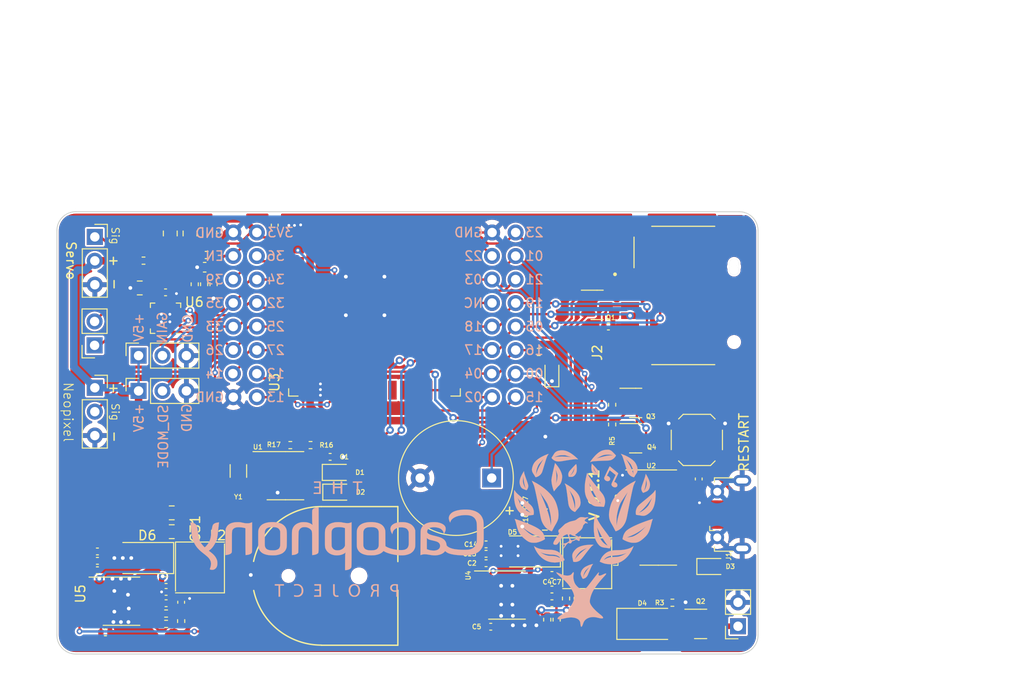
<source format=kicad_pcb>
(kicad_pcb (version 20211014) (generator pcbnew)
  (layers (0 "F.Cu" signal) (31 "B.Cu" signal) (34 "B.Paste" user) (35 "F.Paste" user) (36 "B.SilkS" user "B.Silkscreen") (37 "F.SilkS" user "F.Silkscreen") (38 "B.Mask" user) (39 "F.Mask" user) (44 "Edge.Cuts" user))
  (net 0 "")
  (net 1 "Net-(BT1-Pad1)")
  (net 2 "GND")
  (net 3 "Net-(BT2-Pad1)")
  (net 4 "Net-(BZ1-Pad1)")
  (net 5 "VCC")
  (net 6 "Net-(C3-Pad1)")
  (net 7 "Net-(C3-Pad2)")
  (net 8 "Net-(C5-Pad1)")
  (net 9 "Net-(C7-Pad1)")
  (net 10 "Net-(C7-Pad2)")
  (net 11 "Net-(C8-Pad1)")
  (net 12 "+5V")
  (net 13 "+3V3")
  (net 14 "Net-(D4-Pad2)")
  (net 15 "Net-(D7-Pad2)")
  (net 16 "Net-(J1-Pad2)")
  (net 17 "Net-(J1-Pad3)")
  (net 20 "Net-(C1-Pad1)")
  (net 21 "Net-(C6-Pad1)")
  (net 24 "Net-(C12-Pad1)")
  (net 26 "Net-(LS1-Pad2)")
  (net 27 "Net-(C12-Pad2)")
  (net 28 "Net-(Q3-Pad1)")
  (net 29 "Net-(Q3-Pad2)")
  (net 30 "Net-(C23-Pad1)")
  (net 31 "Net-(Q4-Pad1)")
  (net 32 "Net-(Q4-Pad2)")
  (net 33 "Net-(R10-Pad1)")
  (net 34 "Net-(R11-Pad2)")
  (net 35 "Net-(C27-Pad1)")
  (net 36 "Net-(U1-Pad1)")
  (net 37 "Net-(U1-Pad2)")
  (net 38 "Net-(C27-Pad2)")
  (net 39 "EN")
  (net 41 "Net-(R1-Pad1)")
  (net 42 "SCL")
  (net 50 "unconnected-(U3-Pad4)")
  (net 51 "unconnected-(U3-Pad5)")
  (net 52 "SDA")
  (net 53 "SERVO")
  (net 54 "unconnected-(U3-Pad32)")
  (net 55 "Net-(C11-Pad1)")
  (net 56 "Net-(LS1-Pad1)")
  (net 62 "Neopixel")
  (net 63 "Net-(M1-Pad1)")
  (net 64 "SD_ENABLE")
  (net 65 "BATTERY_VOLTAGE")
  (net 66 "STATUS_LED")
  (net 67 "BUZZER")
  (net 68 "~{RTC_INT}")
  (net 69 "RXD0")
  (net 70 "TXD0")
  (net 71 "5V_ENABLE")
  (net 72 "IO15{slash}TDO")
  (net 73 "IO13TCK")
  (net 74 "IO12{slash}TDI")
  (net 81 "IO14{slash}TMS")
  (net 82 "BOOT_MODE")
  (net 83 "/GAIN")
  (net 84 "SD_CS")
  (net 85 "SD_SCK")
  (net 86 "SD_MISO")
  (net 87 "SD_MOSI")
  (net 88 "I2S_DOUT")
  (net 89 "SD_MODE")
  (net 90 "I2S_LRCLK")
  (net 91 "I2S_BCLK")
  (footprint "Diode_SMD:D_SOD-323" (layer "F.Cu") (at 177.75 81.3)
    (fp_text reference "D2")
    (fp_text value "D_Shockley")
  )
  (footprint "Package_SO:SOIC-8-1EP_3.9x4.9mm_P1.27mm_EP2.29x3mm" (layer "F.Cu") (at 195.825 92.235)
    (fp_text reference "U4")
    (fp_text value "TPS54331")
  )
  (footprint "Capacitor_SMD:C_0402_1005Metric" (layer "F.Cu") (at 194.1 95.6)
    (fp_text reference "C5")
    (fp_text value "10nF")
  )
  (footprint "Connector_PinSocket_2.54mm:PinSocket_1x03_P2.54mm_Vertical" (layer "F.Cu") (at 152.025 70.2075)
    (fp_text reference "J3" hide)
    (fp_text value "Neopixel")
  )
  (footprint "Resistor_SMD:R_0402_1005Metric" (layer "F.Cu") (at 157.2 56.7 180)
    (fp_text reference "R18" hide)
    (fp_text value "10K")
  )
  (footprint "Crystal:Crystal_SMD_3215-2Pin_3.2x1.5mm" (layer "F.Cu") (at 167.2825 79.05 -90)
    (fp_text reference "Y1")
    (fp_text value "Crystal")
  )
  (footprint "Package_SO:SOIC-8-1EP_3.9x4.9mm_P1.27mm_EP2.29x3mm" (layer "F.Cu") (at 154.86 92.89)
    (fp_text reference "U5")
    (fp_text value "TPS54331")
  )
  (footprint "Diode_SMD:D_SMA" (layer "F.Cu") (at 198.1 87.6 180)
    (fp_text reference "D5")
    (fp_text value "D_Shockley")
  )
  (footprint "Resistor_SMD:R_0402_1005Metric" (layer "F.Cu") (at 172.8 76.3)
    (fp_text reference "R17")
    (fp_text value "10K")
  )
  (footprint "Resistor_SMD:R_0603_1608Metric" (layer "F.Cu") (at 199 68.675 -90)
    (fp_text reference "R13" hide)
    (fp_text value "180R")
  )
  (footprint "cacophony-footprints:ESP32-WROOM-32" (layer "F.Cu") (at 181.74372 61.207905)
    (fp_text reference "U3")
    (fp_text value "ESP32-WROOM-32")
  )
  (footprint "Resistor_SMD:R_0402_1005Metric" (layer "F.Cu") (at 174.95 76.3 180)
    (fp_text reference "R16")
    (fp_text value "10K")
  )
  (footprint "Capacitor_SMD:C_0402_1005Metric" (layer "F.Cu") (at 193.6 87.85)
    (fp_text reference "C13")
    (fp_text value "4.7uF")
  )
  (footprint "Resistor_SMD:R_0402_1005Metric" (layer "F.Cu") (at 202.1 92.6 -90)
    (fp_text reference "R9" hide)
    (fp_text value "10K")
  )
  (footprint "Resistor_SMD:R_0402_1005Metric" (layer "F.Cu") (at 159.6 95.3 180)
    (fp_text reference "R15" hide)
    (fp_text value "2.2K")
  )
  (footprint "Resistor_SMD:R_0402_1005Metric" (layer "F.Cu") (at 163.91 56.1 180)
    (fp_text reference "R14" hide)
    (fp_text value "10K")
  )
  (footprint "Capacitor_SMD:C_0805_2012Metric" (layer "F.Cu") (at 164.24372 53.807905 -90)
    (fp_text reference "C22" hide)
    (fp_text value "22uF")
  )
  (footprint "Diode_SMD:D_SOD-323" (layer "F.Cu") (at 217.5 89.2)
    (fp_text reference "D3")
    (fp_text value "D_Shockley")
  )
  (footprint "Capacitor_SMD:C_0805_2012Metric" (layer "F.Cu") (at 160.2 83.5 180)
    (fp_text reference "C30" hide)
    (fp_text value "22uF")
  )
  (footprint "Capacitor_SMD:C_0402_1005Metric" (layer "F.Cu") (at 207.6 83.6 90)
    (fp_text reference "C8")
    (fp_text value "100nF")
  )
  (footprint "Connector_PinSocket_2.54mm:PinSocket_1x03_P2.54mm_Vertical" (layer "F.Cu") (at 156.675 70.5425 90)
    (fp_text reference "J5" hide)
    (fp_text value "Conn_01x03")
  )
  (footprint "Buzzer_Beeper:Buzzer_12x9.5RM7.6" (layer "F.Cu") (at 194.2 79.8 180)
    (fp_text reference "BZ1" hide)
    (fp_text value "Buzzer")
  )
  (footprint "Capacitor_SMD:C_0402_1005Metric" (layer "F.Cu") (at 203.32132 92.57132 -90)
    (fp_text reference "C9" hide)
    (fp_text value "1uF")
  )
  (footprint "Capacitor_SMD:C_0402_1005Metric" (layer "F.Cu") (at 216.2 79.9 -90)
    (fp_text reference "C11" hide)
    (fp_text value "100nF")
  )
  (footprint "cacophony-footprints:920-E52A2021S10100" (layer "F.Cu") (at 222.56993 83.67868 90)
    (fp_text reference "J1")
    (fp_text value "USB_B_Micro")
  )
  (footprint "Package_TO_SOT_SMD:SOT-23" (layer "F.Cu") (at 205.4 61.4)
    (fp_text reference "Q1")
    (fp_text value "Q_PMOS_GSD")
  )
  (footprint "Capacitor_SMD:C_0402_1005Metric" (layer "F.Cu") (at 200.6 93.1)
    (fp_text reference "C3" hide)
    (fp_text value "1nF")
  )
  (footprint "Capacitor_SMD:C_0402_1005Metric" (layer "F.Cu") (at 152.3 89.6)
    (fp_text reference "C21" hide)
    (fp_text value "10nF")
  )
  (footprint "Resistor_SMD:R_0402_1005Metric" (layer "F.Cu") (at 201.1 94.85 -90)
    (fp_text reference "R6" hide)
    (fp_text value "29.4k")
  )
  (footprint "Resistor_SMD:R_0402_1005Metric" (layer "F.Cu") (at 163.64372 59.207905 90)
    (fp_text reference "R1" hide)
    (fp_text value "100K")
  )
  (footprint "Resistor_SMD:R_0402_1005Metric" (layer "F.Cu") (at 161.2 95 -90)
    (fp_text reference "R11" hide)
    (fp_text value "12K")
  )
  (footprint "Connector_PinSocket_2.54mm:PinSocket_1x03_P2.54mm_Vertical" (layer "F.Cu") (at 152.025 54.175)
    (fp_text reference "M1" hide)
    (fp_text value "Motor_Servo")
  )
  (footprint "Capacitor_SMD:C_0402_1005Metric" (layer "F.Cu") (at 159.6 91.9 180)
    (fp_text reference "C20" hide)
    (fp_text value "47pF")
  )
  (footprint "Capacitor_SMD:C_0402_1005Metric" (layer "F.Cu") (at 153.15 96.2)
    (fp_text reference "C23" hide)
    (fp_text value "10nF")
  )
  (footprint "Resistor_SMD:R_0402_1005Metric" (layer "F.Cu") (at 207 74.11 -90)
    (fp_text reference "R5")
    (fp_text value "10K")
  )
  (footprint "Capacitor_SMD:C_0402_1005Metric" (layer "F.Cu") (at 159.6 93.1)
    (fp_text reference "C12" hide)
    (fp_text value "1nF")
  )
  (footprint "Capacitor_SMD:C_0402_1005Metric" (layer "F.Cu") (at 193.6 88.85)
    (fp_text reference "C2")
    (fp_text value "10nF")
  )
  (footprint "Capacitor_SMD:C_0805_2012Metric" (layer "F.Cu") (at 156.8 59.6 180)
    (fp_text reference "C18" hide)
    (fp_text value "22uF")
  )
  (footprint "cacophony-footprints:CR1220" (layer "F.Cu") (at 176.1 90.2)
    (fp_text reference "BT1" hide)
    (fp_text value "Battery_Cell")
  )
  (footprint "Capacitor_SMD:C_0402_1005Metric" (layer "F.Cu") (at 152.3 87.6)
    (fp_text reference "C10" hide)
    (fp_text value "4.7uF")
  )
  (footprint "Capacitor_SMD:C_0805_2012Metric" (layer "F.Cu") (at 160.04372 53.807905 -90)
    (fp_text reference "C24" hide)
    (fp_text value "22uF")
  )
  (footprint "Connector_PinSocket_2.54mm:PinSocket_1x03_P2.54mm_Vertical" (layer "F.Cu") (at 156.675 66.7925 90)
    (fp_text reference "J4" hide)
    (fp_text value "Conn_01x03")
  )
  (footprint "Capacitor_SMD:C_0805_2012Metric" (layer "F.Cu") (at 160.2 85.5 180)
    (fp_text reference "C31")
    (fp_text value "22uF")
  )
  (footprint "Diode_SMD:D_SMA" (layer "F.Cu") (at 157 88.3 180)
    (fp_text reference "D6")
    (fp_text value "D_Shockley")
  )
  (footprint "Capacitor_SMD:C_0805_2012Metric" (layer "F.Cu") (at 162.14372 53.807905 -90)
    (fp_text reference "C25" hide)
    (fp_text value "22uF")
  )
  (footprint "Capacitor_SMD:C_0402_1005Metric" (layer "F.Cu") (at 193.6 86.85)
    (fp_text reference "C14")
    (fp_text value "4.7uF")
  )
  (footprint "cacophony-footprints:SWPA5040S" (layer "F.Cu") (at 163.2 89.3 90)
    (fp_text reference "L2")
    (fp_text value "6.8uH")
  )
  (footprint "Capacitor_SMD:C_0402_1005Metric" (layer "F.Cu") (at 200.6 90.1)
    (fp_text reference "C7")
    (fp_text value "100nF")
  )
  (footprint "Resistor_SMD:R_0402_1005Metric" (layer "F.Cu") (at 159.6 94.2 180)
    (fp_text reference "R8" hide)
    (fp_text value "29.4k")
  )
  (footprint "Capacitor_SMD:C_0805_2012Metric" (layer "F.Cu") (at 199.85 84.6 180)
    (fp_text reference "C16")
    (fp_text value "22uF")
  )
  (footprint "Resistor_SMD:R_0402_1005Metric" (layer "F.Cu") (at 207 72.01 90)
    (fp_text reference "R4" hide)
    (fp_text value "10K")
  )
  (footprint "cacophony-footprints:SD_Micro" (layer "F.Cu") (at 219.9525 60.4 90)
    (fp_text reference "J2")
    (fp_text value "Micro_SD_Card")
    (fp_line (start 2.7 -0.5) (end 3.4 -0.5) (layer "Edge.Cuts") (width 0.01))
    (fp_line (start 3.4 0.5) (end 2.7 0.5) (layer "Edge.Cuts") (width 0.01))
    (fp_arc (start 3.4 -0.5) (mid 3.753553 -0.353553) (end 3.9 0) (layer "Edge.Cuts") (width 0.01))
    (fp_arc (start 2.7 0.5) (mid 2.346447 0.353553) (end 2.2 0) (layer "Edge.Cuts") (width 0.01))
    (fp_arc (start 2.2 0) (mid 2.346447 -0.353553) (end 2.7 -0.5) (layer "Edge.Cuts") (width 0.01))
    (fp_arc (start 3.9 0) (mid 3.753553 0.353553) (end 3.4 0.5) (layer "Edge.Cuts") (width 0.01))
  )
  (footprint "Capacitor_SMD:C_0402_1005Metric" (layer "F.Cu") (at 159.5425 60.0675)
    (fp_text reference "C19" hide)
    (fp_text value "100nF")
  )
  (footprint "Package_TO_SOT_SMD:SOT-23" (layer "F.Cu") (at 209.5 71.82)
    (fp_text reference "Q3")
    (fp_text value "MMBT3904")
  )
  (footprint "Capacitor_SMD:C_0402_1005Metric" (layer "F.Cu") (at 200.6 91.65 180)
    (fp_text reference "C4")
    (fp_text value "47pF")
  )
  (footprint "Resistor_SMD:R_0402_1005Metric" (layer "F.Cu") (at 199.2 66.4 180)
    (fp_text reference "R12" hide)
    (fp_text value "470R")
  )
  (footprint "Resistor_SMD:R_0402_1005Metric" (layer "F.Cu") (at 213.4 93.05)
    (fp_text reference "R3")
    (fp_text value "100K")
  )
  (footprint "Resistor_SMD:R_0402_1005Metric" (layer "F.Cu") (at 162.64372 59.207905 -90)
    (fp_text reference "R7" hide)
    (fp_text value "100K")
  )
  (footprint "Capacitor_SMD:C_0402_1005Metric" (layer "F.Cu") (at 177.0325 77.55)
    (fp_text reference "C1")
    (fp_text value "1uF")
  )
  (footprint "Package_DFN_QFN:TQFN-16-1EP_3x3mm_P0.5mm_EP1.23x1.23mm" (layer "F.Cu") (at 159.5425 62.8175 180)
    (fp_text reference "U6")
    (fp_text value "MAX98357")
  )
  (footprint "Package_TO_SOT_SMD:SOT-23" (layer "F.Cu") (at 209.5 75.57)
    (fp_text reference "Q4")
    (fp_text value "MMBT3904")
  )
  (footprint "Resistor_SMD:R_0402_1005Metric" (layer "F.Cu") (at 164.64372 59.207905 -90)
    (fp_text reference "R2" hide)
    (fp_text value "100K")
  )
  (footprint "Connector_PinSocket_2.54mm:PinSocket_1x02_P2.54mm_Vertical" (layer "F.Cu") (at 152 65.7 180)
    (fp_text reference "LS1" hide)
    (fp_text value "Speaker")
  )
  (footprint "Diode_SMD:D_SOD-323" (layer "F.Cu") (at 177.7 79.2)
    (fp_text reference "D1")
    (fp_text value "D_Shockley")
  )
  (footprint "Capacitor_SMD:C_0603_1608Metric" (layer "F.Cu") (at 163.7 57.4 180)
    (fp_text reference "C28" hide)
    (fp_text value "10uF")
  )
  (footprint "Package_SO:SOIC-16_3.9x9.9mm_P1.27mm" (layer "F.Cu") (at 211.9 84)
    (fp_text reference "U2")
    (fp_text value "CH340C")
  )
  (footprint "Capacitor_SMD:C_0402_1005Metric" (layer "F.Cu") (at 161.2 93 90)
    (fp_text reference "C29" hide)
    (fp_text value "1uF")
  )
  (footprint "Capacitor_SMD:C_0402_1005Metric" (layer "F.Cu") (at 152.3 88.6)
    (fp_text reference "C15" hide)
    (fp_text value "4.7uF")
  )
  (footprint "Package_SO:SOIC-8_3.9x4.9mm_P1.27mm" (layer "F.Cu") (at 172.2825 79.55)
    (fp_text reference "U1")
    (fp_text value "PCF8563T")
  )
  (footprint "Resistor_SMD:R_0402_1005Metric" (layer "F.Cu") (at 200.1 94.85 -90)
    (fp_text reference "R10" hide)
    (fp_text value "3.3K")
  )
  (footprint "Button_Switch_SMD:SW_SPST_SKQG_WithStem" (layer "F.Cu") (at 216 75.75)
    (fp_text reference "SW2" hide)
    (fp_text value "SW_Push")
  )
  (footprint "Diode_SMD:D_SMA" (layer "F.Cu") (at 210.9 95.3)
    (fp_text reference "D4")
    (fp_text value "D_Zener")
  )
  (footprint "Capacitor_SMD:C_0805_2012Metric" (layer "F.Cu") (at 199.85 82.35 180)
    (fp_text reference "C17")
    (fp_text value "22uF")
  )
  (footprint "Capacitor_SMD:C_0402_1005Metric" (layer "F.Cu") (at 159.6 90.65)
    (fp_text reference "C27" hide)
    (fp_text value "100nF")
  )
  (footprint "Connector_PinSocket_2.54mm:PinSocket_1x02_P2.54mm_Vertical" (layer "F.Cu") (at 220.375 95.55 180)
    (fp_text reference "BT2" hide)
    (fp_text value "Battery")
  )
  (footprint "Package_TO_SOT_SMD:SOT-23" (layer "F.Cu") (at 216.4 95.3)
    (fp_text reference "Q2")
    (fp_text value "Q_PMOS_GSD")
  )
  (footprint "LED_SMD:LED_0603_1608Metric" (layer "F.Cu") (at 200.6 68.6125 90)
    (fp_text reference "D7" hide)
    (fp_text value "LED")
  )
  (footprint "Capacitor_SMD:C_0402_1005Metric" (layer "F.Cu") (at 171.14372 52.927905 90)
    (fp_text reference "C26" hide)
    (fp_text value "1uF")
  )
  (footprint "Capacitor_SMD:C_0402_1005Metric" (layer "F.Cu") (at 206.6 63.7)
    (fp_text reference "C6" hide)
    (fp_text value "1uF")
  )
  (footprint "cacophony-footprints:SWPA5040S" (layer "F.Cu") (at 204.35 88.85 90)
    (fp_text reference "L1")
    (fp_text value "6.8uH")
  )
  (footprint "cacophony-footprints:logo" (layer "B.Cu") (at 186.9 86.2 180)
    (fp_text reference "U7" hide)
    (fp_text value "Logo" hide)
  )
  (gr_line (start 148 53.5) (end 148 96.5) (layer "Edge.Cuts") (width 0.1))
  (gr_arc (start 148 53.5) (mid 148.585786 52.085786) (end 150 51.5) (layer "Edge.Cuts") (width 0.1))
  (gr_arc (start 150 98.5) (mid 148.585786 97.914214) (end 148 96.5) (layer "Edge.Cuts") (width 0.1))
  (gr_line (start 222.5 96.5) (end 222.5 53.5) (layer "Edge.Cuts") (width 0.1))
  (gr_arc (start 220.5 51.5) (mid 221.914214 52.085786) (end 222.5 53.5) (layer "Edge.Cuts") (width 0.1))
  (gr_arc (start 222.5 96.5) (mid 221.914214 97.914214) (end 220.5 98.5) (layer "Edge.Cuts") (width 0.1))
  (gr_line (start 150 98.5) (end 220.5 98.5) (layer "Edge.Cuts") (width 0.1))
  (gr_line (start 220.5 51.5) (end 150 51.5) (layer "Edge.Cuts") (width 0.1))
  (gr_text "GAIN" (at 159.2 63.8 90) (layer "B.SilkS") (effects (font (size 1 1)) (justify mirror)))
  (gr_text "SD_MODE" (at 159.3 75.4 90) (layer "B.SilkS") (effects (font (size 1 1)) (justify mirror)))
  (gr_text "+5V" (at 156.7 63.8 90) (layer "B.SilkS") (effects (font (size 1 1)) (justify mirror)))
  (gr_text "+5V" (at 156.7 73.4 90) (layer "B.SilkS") (effects (font (size 1 1)) (justify mirror)))
  (gr_text "GND" (at 161.8 73.4 90) (layer "B.SilkS") (effects (font (size 1 1)) (justify mirror)))
  (gr_text "GND" (at 161.9 63.9 90) (layer "B.SilkS") (effects (font (size 1 1)) (justify mirror)))
  (gr_text "+" (at 154 56.65) (layer "F.SilkS") (effects (font (size 1 1))))
  (gr_text "V 0.1.1" (at 205.1 81.6 90) (layer "F.SilkS") (effects (font (size 1 1) (thickness 0.2))))
  (gr_text "Sig" (at 154.2 72.7825 270) (layer "F.SilkS") (effects (font (size 0.8 0.8) (thickness 0.1))))
  (gr_text "RESTART" (at 221 76 90) (layer "F.SilkS") (effects (font (size 1 1))))
  (gr_text "Neopixel" (at 149.2 72.8 270) (layer "F.SilkS") (effects (font (size 1 1) (thickness 0.1))))
  (gr_text "-" (at 154 75.4 90) (layer "F.SilkS") (effects (font (size 1 1))))
  (gr_text "-" (at 154 59.2 90) (layer "F.SilkS") (effects (font (size 1 1))))
  (gr_text "Sig" (at 154.2 54.05 270) (layer "F.SilkS") (effects (font (size 0.8 0.8) (thickness 0.1))))
  (gr_text "Servo" (at 149.5 56.7 270) (layer "F.SilkS") (effects (font (size 1 1))))
  (gr_text "+" (at 154 70.2) (layer "F.SilkS") (effects (font (size 1 1))))
  (segment (start 184.33 86.83) (end 178.8 81.3) (width 0.25) (layer "F.Cu") (net 1))
  (segment (start 184.33 90.2) (end 184.33 86.83) (width 0.25) (layer "F.Cu") (net 1))
  (segment (start 159.06048 94.17048) (end 156.14048 94.17048) (width 0.25) (layer "F.Cu") (net 2))
  (segment (start 159.7925 63.0675) (end 159.5425 62.8175) (width 0.25) (layer "F.Cu") (net 2))
  (segment (start 164.64372 59.717905) (end 164.64372 60.707905) (width 0.25) (layer "F.Cu") (net 2))
  (segment (start 208.8525 63.7) (end 208.9025 63.65) (width 0.25) (layer "F.Cu") (net 2))
  (segment (start 156.14048 94.17048) (end 155.635 93.665) (width 0.25) (layer "F.Cu") (net 2))
  (segment (start 191.48872 52.952905) (end 192.24372 53.707905) (width 0.25) (layer "F.Cu") (net 2))
  (segment (start 157.335 92.255) (end 156.155 92.255) (width 0.25) (layer "F.Cu") (net 2))
  (segment (start 218.16993 82.37868) (end 216.32868 82.37868) (width 0.25) (layer "F.Cu") (net 2))
  (segment (start 216.2 82.35) (end 216.27868 82.42868) (width 0.25) (layer "F.Cu") (net 2))
  (segment (start 169.8075 81.455) (end 171.345 81.455) (width 0.25) (layer "F.Cu") (net 2))
  (segment (start 207.6 83.12) (end 207.6 82.2) (width 0.25) (layer "F.Cu") (net 2))
  (segment (start 160.5675 60.0675) (end 160.7 60.2) (width 0.25) (layer "F.Cu") (net 2))
  (segment (start 171.88872 52.952905) (end 172.647095 52.952905) (width 0.25) (layer "F.Cu") (net 2))
  (segment (start 159.09 95.3) (end 159.09 94.2) (width 0.25) (layer "F.Cu") (net 2))
  (segment (start 216.2 80.38) (end 216.2 82.35) (width 0.25) (layer "F.Cu") (net 2))
  (segment (start 165.992095 53.707905) (end 166.74372 53.707905) (width 0.6) (layer "F.Cu") (net 2))
  (segment (start 159.7925 64.255) (end 159.7925 63.0675) (width 0.25) (layer "F.Cu") (net 2))
  (segment (start 171.14372 52.447905) (end 171.38372 52.447905) (width 0.25) (layer "F.Cu") (net 2))
  (segment (start 207.08 63.7) (end 208.8525 63.7) (width 0.25) (layer "F.Cu") (net 2))
  (segment (start 162.14372 54.757905) (end 164.24372 54.757905) (width 0.6) (layer "F.Cu") (net 2))
  (segment (start 160.98 62.5675) (end 159.7925 62.5675) (width 0.25) (layer "F.Cu") (net 2))
  (segment (start 158.765 92.255) (end 159.12 91.9) (width 0.25) (layer "F.Cu") (net 2))
  (segment (start 156.1 92.2) (end 155.55 92.2) (width 0.25) (layer "F.Cu") (net 2))
  (segment (start 209.425 79.555) (end 208.155 79.555) (width 0.25) (layer "F.Cu") (net 2))
  (segment (start 162.925 57.4) (end 162.9 57.4) (width 0.25) (layer "F.Cu") (net 2))
  (segment (start 171.345 81.455) (end 171.45 81.35) (width 0.25) (layer "F.Cu") (net 2))
  (segment (start 161.2 92.52) (end 162.02 92.52) (width 0.25) (layer "F.Cu") (net 2))
  (segment (start 159.7925 62.5675) (end 159.5425 62.8175) (width 0.25) (layer "F.Cu") (net 2))
  (segment (start 162.02 92.52) (end 162.1 92.6) (width 0.25) (layer "F.Cu") (net 2))
  (segment (start 160.04372 54.757905) (end 162.14372 54.757905) (width 0.6) (layer "F.Cu") (net 2))
  (segment (start 172.647095 52.952905) (end 173.24372 52.952905) (width 0.25) (layer "F.Cu") (net 2))
  (segment (start 159.2925 63.0675) (end 159.5425 62.8175) (width 0.25) (layer "F.Cu") (net 2))
  (segment (start 155.55 92.2) (end 154.86 92.89) (width 0.25) (layer "F.Cu") (net 2))
  (segment (start 164.942095 54.757905) (end 165.992095 53.707905) (width 0.6) (layer "F.Cu") (net 2))
  (segment (start 200.07 91.6) (end 200.12 91.65) (width 0.25) (layer "F.Cu") (net 2))
  (segment (start 164.24372 54.757905) (end 164.942095 54.757905) (width 0.6) (layer "F.Cu") (net 2))
  (segment (start 190.24372 52.952905) (end 191.48872 52.952905) (width 0.25) (layer "F.Cu") (net 2))
  (segment (start 159.09 94.2) (end 159.06048 94.17048) (width 0.25) (layer "F.Cu") (net 2))
  (segment (start 213.91 93.05) (end 214.75 93.05) (width 0.25) (layer "F.Cu") (net 2))
  (segment (start 158.105 63.0675) (end 159.2925 63.0675) (width 0.25) (layer "F.Cu") (net 2))
  (segment (start 216.32868 82.37868) (end 216.27868 82.42868) (width 0.25) (layer "F.Cu") (net 2))
  (segment (start 155.635 93.665) (end 154.86 92.89) (width 0.25) (layer "F.Cu") (net 2))
  (segment (start 200.6 69.4) (end 200.6 69.5) (width 0.25) (layer "F.Cu") (net 2))
  (segment (start 157.335 92.255) (end 158.765 92.255) (width 0.25) (layer "F.Cu") (net 2))
  (segment (start 208.155 79.555) (end 208.1 79.5) (width 0.25) (layer "F.Cu") (net 2))
  (segment (start 198.3 91.6) (end 200.07 91.6) (width 0.25) (layer "F.Cu") (net 2))
  (segment (start 156.155 92.255) (end 156.1 92.2) (width 0.25) (layer "F.Cu") (net 2))
  (segment (start 214.75 93.05) (end 214.8 93) (width 0.25) (layer "F.Cu") (net 2))
  (segment (start 160.0225 60.0675) (end 160.5675 60.0675) (width 0.25) (layer "F.Cu") (net 2))
  (segment (start 192.24372 53.707905) (end 194.24372 53.707905) (width 0.25) (layer "F.Cu") (net 2))
  (segment (start 171.38372 52.447905) (end 171.88872 52.952905) (width 0.25) (layer "F.Cu") (net 2))
  (segment (start 177.5125 77.55) (end 178.45 77.55) (width 0.25) (layer "F.Cu") (net 2))
  (via (at 197 88.05) (size 0.6) (drill 0.3) (layers "F.Cu" "B.Cu") (net 2))
  (via (at 173.24372 52.952905) (size 0.6) (drill 0.3) (layers "F.Cu" "B.Cu") (net 2))
  (via (at 195.2 91.25) (size 0.8) (drill 0.4) (layers "F.Cu" "B.Cu") (net 2))
  (via (at 178.7 62.5) (size 0.8) (drill 0.4) (layers "F.Cu" "B.Cu") (net 2))
  (via (at 214.8 93) (size 0.8) (drill 0.4) (layers "F.Cu" "B.Cu") (net 2))
  (via (at 155.7 90.5) (size 0.8) (drill 0.4) (layers "F.Cu" "B.Cu") (net 2))
  (via (at 154.1 88.3) (size 0.8) (drill 0.4) (layers "F.Cu" "B.Cu") (net 2))
  (via (at 154 95.1) (size 0.8) (drill 0.4) (layers "F.Cu" "B.Cu") (net 2))
  (via (at 155.55 92.2) (size 0.8) (drill 0.4) (layers "F.Cu" "B.Cu") (net 2))
  (via (at 176 71) (size 0.6) (drill 0.3) (layers "F.Cu" "B.Cu") (net 2))
  (via (at 159.12 91.9) (size 0.6) (drill 0.3) (layers "F.Cu" "B.Cu") (net 2))
  (via (at 172.647095 52.952905) (size 0.6) (drill 0.3) (layers "F.Cu" "B.Cu") (net 2))
  (via (at 197.45 83.7) (size 0.8) (drill 0.4) (layers "F.Cu" "B.Cu") (net 2))
  (via (at 160.7 60.2) (size 0.6) (drill 0.3) (layers "F.Cu" "B.Cu") (net 2))
  (via (at 159.1 62.4) (size 0.6) (drill 0.3) (layers "F.Cu" "B.Cu") (net 2))
  (via (at 160 62.4) (size 0.6) (drill 0.3) (layers "F.Cu" "B.Cu") (net 2))
  (via (at 199.9 75.4) (size 0.8) (drill 0.4) (layers "F.Cu" "B.Cu") (net 2))
  (via (at 200.6 69.5) (size 0.8) (drill 0.4) (layers "F.Cu" "B.Cu") (net 2))
  (via (at 198.95 95.45) (size 0.8) (drill 0.4) (layers "F.Cu" "B.Cu") (net 2))
  (via (at 176 69.8) (size 0.6) (drill 0.3) (layers "F.Cu" "B.Cu") (net 2))
  (via (at 182.8 58.4) (size 0.8) (drill 0.4) (layers "F.Cu" "B.Cu") (net 2))
  (via (at 154.8 90.5) (size 0.8) (drill 0.4) (layers "F.Cu" "B.Cu") (net 2))
  (via (at 195.2 87.05) (size 0.6) (drill 0.3) (layers "F.Cu" "B.Cu") (net 2))
  (via (at 155.6 95.1) (size 0.8) (drill 0.4) (layers "F.Cu" "B.Cu") (net 2))
  (via (at 196.4 93.25) (size 0.8) (drill 0.4) (layers "F.Cu" "B.Cu") (net 2))
  (via (at 155.8 59.6) (size 0.8) (drill 0.4) (layers "F.Cu" "B.Cu") (net 2))
  (via (at 195.2 94.45) (size 0.8) (drill 0.4) (layers "F.Cu" "B.Cu") (net 2))
  (via (at 196.45 94.45) (size 0.8) (drill 0.4) (layers "F.Cu" "B.Cu") (net 2))
  (via (at 213 74) (size 0.8) (drill 0.4) (layers "F.Cu" "B.Cu") (net 2))
  (via (at 182.8 62.5) (size 0.8) (drill 0.4) (layers "F.Cu" "B.Cu") (net 2))
  (via (at 159.1 63.2) (size 0.6) (drill 0.3) (layers "F.Cu" "B.Cu") (net 2))
  (via (at 171.45 81.35) (size 0.8) (drill 0.4) (layers "F.Cu" "B.Cu") (net 2))
  (via (at 173.9 52.9) (size 0.6) (drill 0.3) (layers "F.Cu" "B.Cu") (net 2))
  (via (at 154.1 91.8) (size 0.8) (drill 0.4) (layers "F.Cu" "B.Cu") (net 2))
  (via (at 196.4 91.25) (size 0.8) (drill 0.4) (layers "F.Cu" "B.Cu") (net 2))
  (via (at 207.6 82.2) (size 0.6) (drill 0.3) (layers "F.Cu" "B.Cu") (net 2))
  (via (at 178.45 77.55) (size 0.8) (drill 0.4) (layers "F.Cu" "B.Cu") (net 2))
  (via (at 153.9 90.5) (size 0.8) (drill 0.4) (layers "F.Cu" "B.Cu") (net 2))
  (via (at 162.9 57.4) (size 0.8) (drill 0.4) (layers "F.Cu" "B.Cu") (net 2))
  (via (at 160 63.2) (size 0.6) (drill 0.3) (layers "F.Cu" "B.Cu") (net 2))
  (via (at 208.1 79.5) (size 0.6) (drill 0.3) (layers "F.Cu" "B.Cu") (net 2))
  (via (at 155.635 93.665) (size 0.8) (drill 0.4) (layers "F.Cu" "B.Cu") (net 2))
  (via (at 164.64372 60.707905) (size 0.8) (drill 0.4) (layers "F.Cu" "B.Cu") (net 2))
  (via (at 176 70.4) (size 0.6) (drill 0.3) (layers "F.Cu" "B.Cu") (net 2))
  (via (at 154.1 94) (size 0.8) (drill 0.4) (layers "F.Cu" "B.Cu") (net 2))
  (via (at 154.8 95.1) (size 0.8) (drill 0.4) (layers "F.Cu" "B.Cu") (net 2))
  (via (at 178.7 58.4) (size 0.8) (drill 0.4) (layers "F.Cu" "B.Cu") (net 2))
  (via (at 216.27868 82.42868) (size 0.6) (drill 0.3) (layers "F.Cu" "B.Cu") (net 2))
  (via (at 197.45 82.45) (size 0.8) (drill 0.4) (layers "F.Cu" "B.Cu") (net 2))
  (via (at 162.1 92.6) (size 0.6) (drill 0.3) (layers "F.Cu" "B.Cu") (net 2))
  (via (at 197.45 84.95) (size 0.8) (drill 0.4) (layers "F.Cu" "B.Cu") (net 2))
  (via (at 196.45 95.45) (size 0.8) (drill 0.4) (layers "F.Cu" "B.Cu") (net 2))
  (via (at 155.9 88.3) (size 0.8) (drill 0.4) (layers "F.Cu" "B.Cu") (net 2))
  (via (at 197 87.05) (size 0.6) (drill 0.3) (layers "F.Cu" "B.Cu") (net 2))
  (via (at 197.7 95.45) (size 0.8) (drill 0.4) (layers "F.Cu" "B.Cu") (net 2))
  (via (at 195.2 93.25) (size 0.8) (drill 0.4) (layers "F.Cu" "B.Cu") (net 2))
  (via (at 195.2 88.05) (size 0.6) (drill 0.3) (layers "F.Cu" "B.Cu") (net 2))
  (via (at 219 74) (size 0.8) (drill 0.4) (layers "F.Cu" "B.Cu") (net 2))
  (via (at 168.6 90.1) (size 0.8) (drill 0.4) (layers "F.Cu" "B.Cu") (net 2))
  (via (at 155 88.3) (size 0.8) (drill 0.4) (layers "F.Cu" "B.Cu") (net 2))
  (segment (start 220.375 95.55) (end 217.5875 95.55) (width 0.6) (layer "F.Cu") (net 3))
  (segment (start 217.5875 95.55) (end 217.3375 95.3) (width 0.6) (layer "F.Cu") (net 3))
  (segment (start 199 72.5) (end 199 69.5) (width 0.25) (layer "F.Cu") (net 4))
  (segment (start 198.9 72.6) (end 199 72.5) (width 0.25) (layer "F.Cu") (net 4))
  (via (at 198.9 72.6) (size 0.6) (drill 0.3) (layers "F.Cu" "B.Cu") (net 4))
  (segment (start 194.2 79.8) (end 194.2 77.3) (width 0.25) (layer "B.Cu") (net 4))
  (segment (start 194.2 77.3) (end 198.9 72.6) (width 0.25) (layer "B.Cu") (net 4))
  (segment (start 151.82 89.6) (end 150.4 89.6) (width 0.25) (layer "F.Cu") (net 5))
  (segment (start 155.591674 53) (end 150.8 53) (width 0.25) (layer "F.Cu") (net 5))
  (segment (start 206.5 95.3) (end 208.9 95.3) (width 0.8) (layer "F.Cu") (net 5))
  (segment (start 150.4 89.6) (end 150.3 89.7) (width 0.25) (layer "F.Cu") (net 5))
  (segment (start 212.3 91.9) (end 214.9 91.9) (width 0.6) (layer "F.Cu") (net 5))
  (segment (start 216.45 90.35) (end 216.45 89.2) (width 0.6) (layer "F.Cu") (net 5))
  (segment (start 191.33 92.87) (end 191.3 92.9) (width 0.25) (layer "F.Cu") (net 5))
  (segment (start 210.3 97.65) (end 214.0625 97.65) (width 0.6) (layer "F.Cu") (net 5))
  (segment (start 191.19048 97.10952) (end 204.69048 97.10952) (width 0.8) (layer "F.Cu") (net 5))
  (segment (start 149.1 54.7) (end 149.1 90.3) (width 0.25) (layer "F.Cu") (net 5))
  (segment (start 150.8 53) (end 149.1 54.7) (width 0.25) (layer "F.Cu") (net 5))
  (segment (start 150.3 89.7) (end 149.4 90.6) (width 0.8) (layer "F.Cu") (net 5))
  (segment (start 208.9 95.3) (end 208.9 96.25) (width 0.6) (layer "F.Cu") (net 5))
  (segment (start 149.4 96.5) (end 150.00952 97.10952) (width 0.8) (layer "F.Cu") (net 5))
  (segment (start 191.3 97) (end 191.19048 97.10952) (width 0.25) (layer "F.Cu") (net 5))
  (segment (start 208.9 95.3) (end 212.3 91.9) (width 0.6) (layer "F.Cu") (net 5))
  (segment (start 208.9 96.25) (end 210.3 97.65) (width 0.6) (layer "F.Cu") (net 5))
  (segment (start 214.0625 97.65) (end 215.4625 96.25) (width 0.6) (layer "F.Cu") (net 5))
  (segment (start 214.9 91.9) (end 216.45 90.35) (width 0.6) (layer "F.Cu") (net 5))
  (segment (start 191.3 92.9) (end 191.3 97) (width 0.25) (layer "F.Cu") (net 5))
  (segment (start 193.35 92.87) (end 191.33 92.87) (width 0.25) (layer "F.Cu") (net 5))
  (segment (start 149.1 90.3) (end 149.4 90.6) (width 0.25) (layer "F.Cu") (net 5))
  (segment (start 149.4 90.6) (end 149.4 96.5) (width 0.8) (layer "F.Cu") (net 5))
  (segment (start 161.289579 58.697905) (end 155.591674 53) (width 0.25) (layer "F.Cu") (net 5))
  (segment (start 204.69048 97.10952) (end 206.5 95.3) (width 0.8) (layer "F.Cu") (net 5))
  (segment (start 150.00952 97.10952) (end 191.19048 97.10952) (width 0.8) (layer "F.Cu") (net 5))
  (segment (start 162.64372 58.697905) (end 161.289579 58.697905) (width 0.25) (layer "F.Cu") (net 5))
  (segment (start 198.3 92.87) (end 199.37 92.87) (width 0.25) (layer "F.Cu") (net 6))
  (segment (start 200.12 93.1) (end 200.12 92.43) (width 0.25) (layer "F.Cu") (net 6))
  (segment (start 199.37 92.87) (end 199.6 93.1) (width 0.25) (layer "F.Cu") (net 6))
  (segment (start 200.26548 92.28452) (end 200.64548 92.28452) (width 0.25) (layer "F.Cu") (net 6))
  (segment (start 199.6 93.1) (end 200.12 93.1) (width 0.25) (layer "F.Cu") (net 6))
  (segment (start 200.12 92.43) (end 200.26548 92.28452) (width 0.25) (layer "F.Cu") (net 6))
  (segment (start 200.64548 92.28452) (end 201.08 91.85) (width 0.25) (layer "F.Cu") (net 6))
  (segment (start 201.08 93.1) (end 201.08 94.32) (width 0.25) (layer "F.Cu") (net 7))
  (segment (start 201.08 94.32) (end 201.1 94.34) (width 0.25) (layer "F.Cu") (net 7))
  (segment (start 193.62 95.12) (end 193.35 94.85) (width 0.25) (layer "F.Cu") (net 8))
  (segment (start 193.35 94.85) (end 193.35 94.14) (width 0.25) (layer "F.Cu") (net 8))
  (segment (start 193.62 95.6) (end 193.62 95.12) (width 0.25) (layer "F.Cu") (net 8))
  (segment (start 193.35 90.33) (end 193.673884 90.33) (width 0.25) (layer "F.Cu") (net 9))
  (segment (start 199.5505 89.5305) (end 200.12 90.1) (width 0.25) (layer "F.Cu") (net 9))
  (segment (start 193.673884 90.33) (end 194.359866 89.644018) (width 0.25) (layer "F.Cu") (net 9))
  (segment (start 199.1 89.5305) (end 199.5505 89.5305) (width 0.25) (layer "F.Cu") (net 9))
  (via (at 194.359866 89.644018) (size 0.6) (drill 0.3) (layers "F.Cu" "B.Cu") (net 9))
  (via (at 199.1 89.5305) (size 0.6) (drill 0.3) (layers "F.Cu" "B.Cu") (net 9))
  (segment (start 198.986482 89.644018) (end 199.1 89.5305) (width 0.25) (layer "B.Cu") (net 9))
  (segment (start 194.359866 89.644018) (end 198.986482 89.644018) (width 0.25) (layer "B.Cu") (net 9))
  (segment (start 207.82 84.08) (end 208.535 83.365) (width 0.25) (layer "F.Cu") (net 11))
  (segment (start 208.535 83.365) (end 209.425 83.365) (width 0.25) (layer "F.Cu") (net 11))
  (segment (start 207.6 84.08) (end 207.82 84.08) (width 0.25) (layer "F.Cu") (net 11))
  (segment (start 163.075 85.7) (end 163.075 82.175) (width 0.8) (layer "F.Cu") (net 12))
  (segment (start 156.675 77.075) (end 156.675 70.5425) (width 0.8) (layer "F.Cu") (net 12))
  (segment (start 152.025 56.715) (end 154.891402 56.715) (width 0.8) (layer "F.Cu") (net 12))
  (segment (start 159.2925 60.2975) (end 159.0625 60.0675) (width 0.25) (layer "F.Cu") (net 12))
  (segment (start 165.7 91.82693) (end 165.7 89.95) (width 0.25) (layer "F.Cu") (net 12))
  (segment (start 154.891402 56.715) (end 156.076402 57.9) (width 0.8) (layer "F.Cu") (net 12))
  (segment (start 163.2 87.45) (end 163.075 87.325) (width 0.25) (layer "F.Cu") (net 12))
  (segment (start 158.2175 60.0675) (end 157.75 59.6) (width 0.25) (layer "F.Cu") (net 12))
  (segment (start 156.076402 57.9) (end 157.2 57.9) (width 0.8) (layer "F.Cu") (net 12))
  (segment (start 157.75 58.45) (end 157.75 59.6) (width 0.8) (layer "F.Cu") (net 12))
  (segment (start 161.2 94.49) (end 161.2 93.48) (width 0.25) (layer "F.Cu") (net 12))
  (segment (start 163.075 82.175) (end 162.2 81.3) (width 0.8) (layer "F.Cu") (net 12))
  (segment (start 163.075 87.325) (end 163.075 85.7) (width 0.25) (layer "F.Cu") (net 12))
  (segment (start 164.04693 93.48) (end 165.7 91.82693) (width 0.25) (layer "F.Cu") (net 12))
  (segment (start 159.2925 61.38) (end 159.2925 60.2975) (width 0.25) (layer "F.Cu") (net 12))
  (segment (start 158.7925 61.38) (end 158.7925 60.3375) (width 0.25) (layer "F.Cu") (net 12))
  (segment (start 159.0625 60.0675) (end 158.2175 60.0675) (width 0.25) (layer "F.Cu") (net 12))
  (segment (start 162.2 81.3) (end 160.9 81.3) (width 0.8) (layer "F.Cu") (net 12))
  (segment (start 158.7925 60.3375) (end 159.0625 60.0675) (width 0.25) (layer "F.Cu") (net 12))
  (segment (start 160.9 81.3) (end 156.675 77.075) (width 0.8) (layer "F.Cu") (net 12))
  (segment (start 157.2 57.9) (end 157.75 58.45) (width 0.8) (layer "F.Cu") (net 12))
  (segment (start 161.2 93.48) (end 164.04693 93.48) (width 0.25) (layer "F.Cu") (net 12))
  (segment (start 165.7 89.95) (end 163.2 87.45) (width 0.25) (layer "F.Cu") (net 12))
  (segment (start 157.0175 70.5425) (end 154.9425 70.5425) (width 0.8) (layer "B.Cu") (net 12))
  (segment (start 154.9425 70.5425) (end 154.6075 70.2075) (width 0.8) (layer "B.Cu") (net 12))
  (segment (start 154.6075 70.2075) (end 152.025 70.2075) (width 0.8) (layer "B.Cu") (net 12))
  (segment (start 149.8 67.9825) (end 149.8 58.1) (width 0.8) (layer "B.Cu") (net 12))
  (segment (start 156.675 70.5425) (end 156.675 66.7925) (width 0.25) (layer "B.Cu") (net 12))
  (segment (start 152.025 70.2075) (end 149.8 67.9825) (width 0.8) (layer "B.Cu") (net 12))
  (segment (start 151.04 57.7) (end 152.025 56.715) (width 0.8) (layer "B.Cu") (net 12))
  (segment (start 150.2 57.7) (end 151.04 57.7) (width 0.8) (layer "B.Cu") (net 12))
  (segment (start 149.8 58.1) (end 150.2 57.7) (width 0.8) (layer "B.Cu") (net 12))
  (segment (start 206.13693 92.09) (end 207.1 91.12693) (width 0.25) (layer "F.Cu") (net 13))
  (segment (start 162.14372 52.857905) (end 164.24372 52.857905) (width 0.6) (layer "F.Cu") (net 13))
  (segment (start 172.29 80.633572) (end 172.29 76.3) (width 0.25) (layer "F.Cu") (net 13))
  (segment (start 166.017584 54.882416) (end 167.415363 54.882416) (width 0.25) (layer "F.Cu") (net 13))
  (segment (start 204.4625 62.35) (end 202.6 64.2125) (width 0.25) (layer "F.Cu") (net 13))
  (segment (start 178.175489 79.774511) (end 178.175489 80.998533) (width 0.25) (layer "F.Cu") (net 13))
  (segment (start 188.2 74.6) (end 187.300489 73.700489) (width 0.8) (layer "F.Cu") (net 13))
  (segment (start 182.974511 77.525489) (end 185.5 75) (width 0.25) (layer "F.Cu") (net 13))
  (segment (start 188.5 74.6) (end 188.2 74.6) (width 0.8) (layer "F.Cu") (net 13))
  (segment (start 178.75 79.2) (end 178.175489 79.774511) (width 0.25) (layer "F.Cu") (net 13))
  (segment (start 202.1 92.09) (end 206.13693 92.09) (width 0.25) (layer "F.Cu") (net 13))
  (segment (start 164.42 56.1) (end 165 56.1) (width 0.25) (layer "F.Cu") (net 13))
  (segment (start 164.743231 52.358394) (end 167.894209 52.358394) (width 0.6) (layer "F.Cu") (net 13))
  (segment (start 187.300489 73.700489) (end 185.400489 73.700489) (width 0.8) (layer "F.Cu") (net 13))
  (segment (start 165 56.1) (end 165.6 55.5) (width 0.25) (layer "F.Cu") (net 13))
  (segment (start 178.5 76.3) (end 175.46 76.3) (width 0.25) (layer "F.Cu") (net 13))
  (segment (start 173.806428 82.15) (end 172.29 80.633572) (width 0.25) (layer "F.Cu") (net 13))
  (segment (start 179.174511 77.525489) (end 182.974511 77.525489) (width 0.25) (layer "F.Cu") (net 13))
  (segment (start 171.14372 53.407905) (end 171.14372 54.107905) (width 0.25) (layer "F.Cu") (net 13))
  (segment (start 200.8 79.9) (end 200.3 79.4) (width 0.8) (layer "F.Cu") (net 13))
  (segment (start 202.6 64.2125) (end 202.6 77.1) (width 0.25) (layer "F.Cu") (net 13))
  (segment (start 169.75872 54.222905) (end 171.02872 54.222905) (width 0.25) (layer "F.Cu") (net 13))
  (segment (start 174.9 72.2) (end 174.9 54.500163) (width 0.8) (layer "F.Cu") (net 13))
  (segment (start 179.174511 76.974511) (end 178.5 76.3) (width 0.25) (layer "F.Cu") (net 13))
  (segment (start 165.6 55.5) (end 165.6 55.3) (width 0.25) (layer "F.Cu") (net 13))
  (segment (start 168.589874 53.707905) (end 169.24372 53.707905) (width 0.25) (layer "F.Cu") (net 13))
  (segment (start 169.24372 53.707905) (end 169.75872 54.222905) (width 0.25) (layer "F.Cu") (net 13))
  (segment (start 164.24372 52.857905) (end 164.743231 52.358394) (width 0.6) (layer "F.Cu") (net 13))
  (segment (start 176.400489 73.700489) (end 174.9 72.2) (width 0.8) (layer "F.Cu") (net 13))
  (segment (start 171.02872 54.222905) (end 173.24372 54.222905) (width 0.25) (layer "F.Cu") (net 13))
  (segment (start 185.5 73.8) (end 185.400489 73.700489) (width 0.25) (layer "F.Cu") (net 13))
  (segment (start 202.6 77.1) (end 200.3 79.4) (width 0.25) (layer "F.Cu") (net 13))
  (segment (start 174.622742 54.222905) (end 173.24372 54.222905) (width 0.8) (layer "F.Cu") (net 13))
  (segment (start 185.5 75) (end 185.5 73.8) (width 0.25) (layer "F.Cu") (net 13))
  (segment (start 178.175489 80.998533) (end 177.024022 82.15) (width 0.25) (layer "F.Cu") (net 13))
  (segment (start 177.024022 82.15) (end 173.806428 82.15) (width 0.25) (layer "F.Cu") (net 13))
  (segment (start 165.6 55.3) (end 166.017584 54.882416) (width 0.25) (layer "F.Cu") (net 13))
  (segment (start 207.1 89.75) (end 204.35 87) (width 0.25) (layer "F.Cu") (net 13))
  (segment (start 207.1 91.12693) (end 207.1 89.75) (width 0.25) (layer "F.Cu") (net 13))
  (segment (start 160.04372 52.857905) (end 162.14372 52.857905) (width 0.6) (layer "F.Cu") (net 13))
  (segment (start 179.174511 77.525489) (end 179.174511 76.974511) (width 0.25) (layer "F.Cu") (net 13))
  (segment (start 167.894209 52.358394) (end 169.24372 53.707905) (width 0.6) (layer "F.Cu") (net 13))
  (segment (start 171.14372 54.107905) (end 171.02872 54.222905) (width 0.25) (layer "F.Cu") (net 13))
  (segment (start 178.75 79.2) (end 179.174511 78.775489) (width 0.25) (layer "F.Cu") (net 13))
  (segment (start 200.8 82.35) (end 200.8 79.9) (width 0.8) (layer "F.Cu") (net 13))
  (segment (start 195.5 74.6) (end 188.5 74.6) (width 0.8) (layer "F.Cu") (net 13))
  (segment (start 174.9 54.500163) (end 174.622742 54.222905) (width 0.8) (layer "F.Cu") (net 13))
  (segment (start 179.174511 78.775489) (end 179.174511 77.525489) (width 0.25) (layer "F.Cu") (net 13))
  (segment (start 185.400489 73.700489) (end 176.400489 73.700489) (width 0.8) (layer "F.Cu") (net 13))
  (segment (start 167.415363 54.882416) (end 168.589874 53.707905) (width 0.25) (layer "F.Cu") (net 13))
  (segment (start 200.3 79.4) (end 195.5 74.6) (width 0.8) (layer "F.Cu") (net 13))
  (segment (start 214.5125 95.3) (end 212.9 95.3) (width 0.25) (layer "F.Cu") (net 14))
  (segment (start 212.9 95.3) (end 212.9 93.06) (width 0.25) (layer "F.Cu") (net 14))
  (segment (start 215.4625 94.35) (end 214.5125 95.3) (width 0.25) (layer "F.Cu") (net 14))
  (segment (start 212.9 93.06) (end 212.89 93.05) (width 0.25) (layer "F.Cu") (net 14))
  (segment (start 200.6 66.7) (end 200.3 66.4) (width 0.25) (layer "F.Cu") (net 15))
  (segment (start 200.3 66.4) (end 199.71 66.4) (width 0.25) (layer "F.Cu") (net 15))
  (segment (start 200.6 67.825) (end 200.6 66.7) (width 0.25) (layer "F.Cu") (net 15))
  (segment (start 213.01952 85.28048) (end 212.395 85.905) (width 0.25) (layer "F.Cu") (net 16))
  (segment (start 215.375592 85.28048) (end 213.01952 85.28048) (width 0.25) (layer "F.Cu") (net 16))
  (segment (start 216.327392 84.32868) (end 215.375592 85.28048) (width 0.25) (layer "F.Cu") (net 16))
  (segment (start 212.395 85.905) (end 209.425 85.905) (width 0.25) (layer "F.Cu") (net 16))
  (segment (start 218.16993 84.32868) (end 216.327392 84.32868) (width 0.25) (layer "F.Cu") (net 16))
  (segment (start 215.707392 83.67868) (end 215.386072 84) (width 0.25) (layer "F.Cu") (net 17))
  (segment (start 215.386072 84) (end 212 84) (width 0.25) (layer "F.Cu") (net 17))
  (segment (start 212 84) (end 211.365 84.635) (width 0.25) (layer "F.Cu") (net 17))
  (segment (start 211.365 84.635) (end 209.425 84.635) (width 0.25) (layer "F.Cu") (net 17))
  (segment (start 218.16993 83.67868) (end 215.707392 83.67868) (width 0.25) (layer "F.Cu") (net 17))
  (segment (start 176.5525 77.55) (end 174.8525 77.55) (width 0.25) (layer "F.Cu") (net 20))
  (segment (start 176.65 77.6475) (end 176.5525 77.55) (width 0.25) (layer "F.Cu") (net 20))
  (segment (start 176.7 81.3) (end 176.7 79.25) (width 0.25) (layer "F.Cu") (net 20))
  (segment (start 176.65 79.2) (end 176.65 77.6475) (width 0.25) (layer "F.Cu") (net 20))
  (segment (start 174.8525 77.55) (end 174.7575 77.645) (width 0.25) (layer "F.Cu") (net 20))
  (segment (start 176.7 79.25) (end 176.65 79.2) (width 0.25) (layer "F.Cu") (net 20))
  (segment (start 206.3375 61.4) (end 206.3875 61.45) (width 0.25) (layer "F.Cu") (net 21))
  (segment (start 206.12 63.7) (end 206.12 62.38) (width 0.25) (layer "F.Cu") (net 21))
  (segment (start 206.12 62.38) (end 206.3375 62.1625) (width 0.25) (layer "F.Cu") (net 21))
  (segment (start 206.3875 61.45) (end 208.9025 61.45) (width 0.25) (layer "F.Cu") (net 21))
  (segment (start 206.3375 62.1625) (end 206.3375 61.4) (width 0.25) (layer "F.Cu") (net 21))
  (segment (start 159.12 93.1) (end 159.12 92.86693) (width 0.25) (layer "F.Cu") (net 24))
  (segment (start 157.335 93.525) (end 158.695 93.525) (width 0.25) (layer "F.Cu") (net 24))
  (segment (start 159.12 92.86693) (end 160.08 91.90693) (width 0.25) (layer "F.Cu") (net 24))
  (segment (start 160.08 91.90693) (end 160.08 91.9) (width 0.25) (layer "F.Cu") (net 24))
  (segment (start 158.695 93.525) (end 159.12 93.1) (width 0.25) (layer "F.Cu") (net 24))
  (segment (start 158.105 62.0675) (end 153.0925 62.0675) (width 0.25) (layer "F.Cu") (net 26))
  (segment (start 153.0925 62.0675) (end 152 63.16) (width 0.25) (layer "F.Cu") (net 26))
  (segment (start 160.11 93.13) (end 160.08 93.1) (width 0.25) (layer "F.Cu") (net 27))
  (segment (start 160.11 94.2) (end 160.11 93.13) (width 0.25) (layer "F.Cu") (net 27))
  (segment (start 207.9325 71.5) (end 208.5625 70.87) (width 0.25) (layer "F.Cu") (net 28))
  (segment (start 207 71.5) (end 207.9325 71.5) (width 0.25) (layer "F.Cu") (net 28))
  (segment (start 206.3 75.666072) (end 206.3 74.3) (width 0.25) (layer "F.Cu") (net 29))
  (segment (start 208.6 77.4) (end 208.033928 77.4) (width 0.25) (layer "F.Cu") (net 29))
  (segment (start 207.7325 73.6) (end 208.5625 72.77) (width 0.25) (layer "F.Cu") (net 29))
  (segment (start 214.375 83.365) (end 213.998928 83.365) (width 0.25) (layer "F.Cu") (net 29))
  (segment (start 209.6 78.4) (end 208.6 77.4) (width 0.25) (layer "F.Cu") (net 29))
  (segment (start 211.8 81.166072) (end 211.8 80.283928) (width 0.25) (layer "F.Cu") (net 29))
  (segment (start 211.8 80.283928) (end 209.916072 78.4) (width 0.25) (layer "F.Cu") (net 29))
  (segment (start 208.033928 77.4) (end 206.3 75.666072) (width 0.25) (layer "F.Cu") (net 29))
  (segment (start 213.998928 83.365) (end 211.8 81.166072) (width 0.25) (layer "F.Cu") (net 29))
  (segment (start 207 73.6) (end 207.7325 73.6) (width 0.25) (layer "F.Cu") (net 29))
  (segment (start 206.3 74.3) (end 207 73.6) (width 0.25) (layer "F.Cu") (net 29))
  (segment (start 209.916072 78.4) (end 209.6 78.4) (width 0.25) (layer "F.Cu") (net 29))
  (segment (start 152.67 95.08) (end 152.385 94.795) (width 0.25) (layer "F.Cu") (net 30))
  (segment (start 152.67 96.2) (end 152.67 95.08) (width 0.25) (layer "F.Cu") (net 30))
  (segment (start 207 74.62) (end 208.5625 74.62) (width 0.25) (layer "F.Cu") (net 31))
  (segment (start 213.07548 80.67548) (end 210.334511 77.934511) (width 0.25) (layer "F.Cu") (net 32))
  (segment (start 209.62452 72.423448) (end 209.62452 74.966552) (width 0.25) (layer "F.Cu") (net 32))
  (segment (start 213.998928 82.095) (end 213.07548 81.171552) (width 0.25) (layer "F.Cu") (net 32))
  (segment (start 207 72.52) (end 207.37452 72.14548) (width 0.25) (layer "F.Cu") (net 32))
  (segment (start 208.5625 76.028572) (end 208.5625 76.52) (width 0.25) (layer "F.Cu") (net 32))
  (segment (start 207.37452 72.14548) (end 209.346552 72.14548) (width 0.25) (layer "F.Cu") (net 32))
  (segment (start 213.07548 81.171552) (end 213.07548 80.67548) (width 0.25) (layer "F.Cu") (net 32))
  (segment (start 209.346552 72.14548) (end 209.62452 72.423448) (width 0.25) (layer "F.Cu") (net 32))
  (segment (start 209.62452 74.966552) (end 208.5625 76.028572) (width 0.25) (layer "F.Cu") (net 32))
  (segment (start 214.375 82.095) (end 213.998928 82.095) (width 0.25) (layer "F.Cu") (net 32))
  (segment (start 210.334511 77.934511) (end 209.977011 77.934511) (width 0.25) (layer "F.Cu") (net 32))
  (segment (start 209.977011 77.934511) (end 208.5625 76.52) (width 0.25) (layer "F.Cu") (net 32))
  (segment (start 202.15 93.16) (end 202.1 93.11) (width 0.25) (layer "F.Cu") (net 33))
  (segment (start 199.6 94.35) (end 200.09 94.35) (width 0.25) (layer "F.Cu") (net 33))
  (segment (start 200.1 94.34) (end 200.1 94.35) (width 0.25) (layer "F.Cu") (net 33))
  (segment (start 198.3 94.14) (end 199.155582 94.14) (width 0.25) (layer "F.Cu") (net 33))
  (segment (start 198.3 94.14) (end 199.39 94.14) (width 0.25) (layer "F.Cu") (net 33))
  (segment (start 202.15 93.85) (end 202.15 93.16) (width 0.25) (layer "F.Cu") (net 33))
  (segment (start 200.09 94.35) (end 200.1 94.34) (width 0.25) (layer "F.Cu") (net 33))
  (segment (start 199.155582 94.14) (end 199.480382 93.8152) (width 0.25) (layer "F.Cu") (net 33))
  (segment (start 199.39 94.14) (end 199.6 94.35) (width 0.25) (layer "F.Cu") (net 33))
  (via (at 202.15 93.85) (size 0.8) (drill 0.4) (layers "F.Cu" "B.Cu") (net 33))
  (via (at 199.480382 93.8152) (size 0.8) (drill 0.4) (layers "F.Cu" "B.Cu") (net 33))
  (segment (start 199.515182 93.85) (end 202.15 93.85) (width 0.25) (layer "B.Cu") (net 33))
  (segment (start 199.480382 93.8152) (end 199.515182 93.85) (width 0.25) (layer "B.Cu") (net 33))
  (segment (start 157.335 94.795) (end 157.615141 94.795) (width 0.25) (layer "F.Cu") (net 34))
  (segment (start 160.5 95.3) (end 160.71 95.51) (width 0.25) (layer "F.Cu") (net 34))
  (segment (start 160.11 95.3) (end 160.5 95.3) (width 0.25) (layer "F.Cu") (net 34))
  (segment (start 157.615141 94.795) (end 158.764661 95.94452) (width 0.25) (layer "F.Cu") (net 34))
  (segment (start 158.764661 95.94452) (end 159.46548 95.94452) (width 0.25) (layer "F.Cu") (net 34))
  (segment (start 159.46548 95.94452) (end 160.11 95.3) (width 0.25) (layer "F.Cu") (net 34))
  (segment (start 160.71 95.51) (end 161.2 95.51) (width 0.25) (layer "F.Cu") (net 34))
  (segment (start 152.5 90.87) (end 152.385 90.985) (width 0.25) (layer "F.Cu") (net 35))
  (segment (start 152.5 90.5) (end 152.5 90.87) (width 0.25) (layer "F.Cu") (net 35))
  (segment (start 159.238448 90.531552) (end 159.12 90.65) (width 0.25) (layer "F.Cu") (net 35))
  (segment (start 159.238448 90.246149) (end 159.238448 90.531552) (width 0.25) (layer "F.Cu") (net 35))
  (via (at 152.5 90.5) (size 0.8) (drill 0.4) (layers "F.Cu" "B.Cu") (net 35))
  (via (at 159.238448 90.246149) (size 0.8) (drill 0.4) (layers "F.Cu" "B.Cu") (net 35))
  (segment (start 158.767788 89.775489) (end 153.224511 89.775489) (width 0.25) (layer "B.Cu") (net 35))
  (segment (start 153.224511 89.775489) (end 152.5 90.5) (width 0.25) (layer "B.Cu") (net 35))
  (segment (start 159.238448 90.246149) (end 158.767788 89.775489) (width 0.25) (layer "B.Cu") (net 35))
  (segment (start 167.2825 77.8) (end 169.6525 77.8) (width 0.25) (layer "F.Cu") (net 36))
  (segment (start 169.6525 77.8) (end 169.8075 77.645) (width 0.25) (layer "F.Cu") (net 36))
  (segment (start 168.6675 78.915) (end 169.8075 78.915) (width 0.25) (layer "F.Cu") (net 37))
  (segment (start 167.2825 80.3) (end 168.6675 78.915) (width 0.25) (layer "F.Cu") (net 37))
  (segment (start 177.5 57.8) (end 177.5 64.5) (width 0.25) (layer "F.Cu") (net 39))
  (segment (start 173.492905 55.492905) (end 173.24372 55.492905) (width 0.25) (layer "F.Cu") (net 39))
  (segment (start 187.6 68.5) (end 187.9 68.5) (width 0.25) (layer "F.Cu") (net 39))
  (segment (start 164.475 57.175) (end 163.4 56.1) (width 0.25) (layer "F.Cu") (net 39))
  (segment (start 212.9 77.6) (end 211.85 77.6) (width 0.25) (layer "F.Cu") (net 39))
  (segment (start 168.051081 54.882416) (end 166.734656 56.198841) (width 0.25) (layer "F.Cu") (net 39))
  (segment (start 210.5 77.21) (end 210.4375 77.1475) (width 0.25) (layer "F.Cu") (net 39))
  (segment (start 219.1 77.6) (end 212.9 77.6) (width 0.25) (layer "F.Cu") (net 39))
  (segment (start 211.46 77.21) (end 210.5 77.21) (width 0.25) (layer "F.Cu") (net 39))
  (segment (start 173.6 55.6) (end 173.492905 55.492905) (width 0.25) (layer "F.Cu") (net 39))
  (segment (start 170.835019 54.882416) (end 168.051081 54.882416) (width 0.25) (layer "F.Cu") (net 39))
  (segment (start 210.6 75.4075) (end 210.4375 75.57) (width 0.25) (layer "F.Cu") (net 39))
  (segment (start 171.445508 55.492905) (end 170.835019 54.882416) (width 0.25) (layer "F.Cu") (net 39))
  (segment (start 164.6 57.4) (end 165.801159 56.198841) (width 0.25) (layer "F.Cu") (net 39))
  (segment (start 211.85 77.6) (end 211.46 77.21) (width 0.25) (layer "F.Cu") (net 39))
  (segment (start 164.475 57.4) (end 164.6 57.4) (width 0.25) (layer "F.Cu") (net 39))
  (segment (start 187.9 68.5) (end 188.2 68.8) (width 0.25) (layer "F.Cu") (net 39))
  (segment (start 210.6 74.5) (end 210.6 75.4075) (width 0.25) (layer "F.Cu") (net 39))
  (segment (start 177.5 57.8) (end 177.5 57.7) (width 0.25) (layer "F.Cu") (net 39))
  (segment (start 201 73.4) (end 190.1 73.4) (width 0.25) (layer "F.Cu") (net 39))
  (segment (start 177.5 64.5) (end 181.5 68.5) (width 0.25) (layer "F.Cu") (net 39))
  (segment (start 165.801159 56.198841) (end 166.734656 56.198841) (width 0.25) (layer "F.Cu") (net 39))
  (segment (start 173.24372 55.492905) (end 171.445508 55.492905) (width 0.25) (layer "F.Cu") (net 39))
  (segment (start 164.475 57.4) (end 164.475 57.175) (width 0.25) (layer "F.Cu") (net 39))
  (segment (start 181.5 68.5) (end 187.6 68.5) (width 0.25) (layer "F.Cu") (net 39))
  (segment (start 210.4375 77.1475) (end 210.4375 75.57) (width 0.25) (layer "F.Cu") (net 39))
  (via (at 201 73.4) (size 0.8) (drill 0.4) (layers "F.Cu" "B.Cu") (net 39))
  (via (at 177.5 57.7) (size 0.6) (drill 0.3) (layers "F.Cu" "B.Cu") (net 39))
  (via (at 188.2 68.8) (size 0.8) (drill 0.4) (layers "F.Cu" "B.Cu") (net 39))
  (via (at 173.6 55.6) (size 0.6) (drill 0.3) (layers "F.Cu" "B.Cu") (net 39))
  (via (at 210.6 74.5) (size 0.8) (drill 0.4) (layers "F.Cu" "B.Cu") (net 39))
  (via (at 190.1 73.4) (size 0.8) (drill 0.4) (layers "F.Cu" "B.Cu") (net 39))
  (segment (start 209.5 73.4) (end 210.6 74.5) (width 0.25) (layer "B.Cu") (net 39))
  (segment (start 188.2 68.8) (end 188.2 71.5) (width 0.25) (layer "B.Cu") (net 39))
  (segment (start 173.6 55.6) (end 175.7 57.7) (width 0.25) (layer "B.Cu") (net 39))
  (segment (start 201 73.4) (end 209.5 73.4) (width 0.25) (layer "B.Cu") (net 39))
  (segment (start 188.2 71.5) (end 190.1 73.4) (width 0.25) (layer "B.Cu") (net 39))
  (segment (start 175.7 57.7) (end 177.5 57.7) (width 0.25) (layer "B.Cu") (net 39))
  (segment (start 163.64372 59.717905) (end 162.64372 59.717905) (width 0.25) (layer "F.Cu") (net 41))
  (segment (start 174.7575 80.185) (end 174.381428 80.185) (width 0.25) (layer "F.Cu") (net 42))
  (segment (start 190.24372 59.302905) (end 192.08872 59.302905) (width 0.25) (layer "F.Cu") (net 42))
  (segment (start 192.668231 59.882416) (end 195.569209 59.882416) (width 0.25) (layer "F.Cu") (net 42))
  (segment (start 183.7 75.6) (end 184.6 74.7) (width 0.25) (layer "F.Cu") (net 42))
  (segment (start 175.14 75.6) (end 183.7 75.6) (width 0.25) (layer "F.Cu") (net 42))
  (segment (start 187.2 66.2) (end 187.2 60.7) (width 0.25) (layer "F.Cu") (net 42))
  (segment (start 187.2 60.7) (end 188.597095 59.302905) (width 0.25) (layer "F.Cu") (net 42))
  (segment (start 185.562299 67.562299) (end 185.837701 67.562299) (width 0.25) (layer "F.Cu") (net 42))
  (segment (start 173.45798 79.261552) (end 173.45798 77.28202) (width 0.25) (layer "F.Cu") (net 42))
  (segment (start 185.837701 67.562299) (end 187.2 66.2) (width 0.25) (layer "F.Cu") (net 42))
  (segment (start 174.44 76.3) (end 175.14 75.6) (width 0.25) (layer "F.Cu") (net 42))
  (segment (start 174.381428 80.185) (end 173.45798 79.261552) (width 0.25) (layer "F.Cu") (net 42))
  (segment (start 188.597095 59.302905) (end 190.24372 59.302905) (width 0.25) (layer "F.Cu") (net 42))
  (segment (start 192.08872 59.302905) (end 192.668231 59.882416) (width 0.25) (layer "F.Cu") (net 42))
  (segment (start 173.45798 77.28202) (end 174.44 76.3) (width 0.25) (layer "F.Cu") (net 42))
  (segment (start 195.569209 59.882416) (end 196.74372 58.707905) (width 0.25) (layer "F.Cu") (net 42))
  (via (at 184.6 74.7) (size 0.8) (drill 0.4) (layers "F.Cu" "B.Cu") (net 42))
  (via (at 185.562299 67.562299) (size 0.8) (drill 0.4) (layers "F.Cu" "B.Cu") (net 42))
  (segment (start 184.6 68.524598) (end 184.6 74.7) (width 0.25) (layer "B.Cu") (net 42))
  (segment (start 185.562299 67.562299) (end 184.6 68.524598) (width 0.25) (layer "B.Cu") (net 42))
  (segment (start 169.79872 56.762905) (end 169.24372 56.207905) (width 0.25) (layer "F.Cu") (net 50))
  (segment (start 173.24372 56.762905) (end 169.79872 56.762905) (width 0.25) (layer "F.Cu") (net 50))
  (segment (start 169.730219 57.533394) (end 167.909167 57.533394) (width 0.25) (layer "F.Cu") (net 51))
  (segment (start 173.24372 58.032905) (end 170.22973 58.032905) (width 0.25) (layer "F.Cu") (net 51))
  (segment (start 170.22973 58.032905) (end 169.730219 57.533394) (width 0.25) (layer "F.Cu") (net 51))
  (segment (start 167.909167 57.533394) (end 166.734656 58.707905) (width 0.25) (layer "F.Cu") (net 51))
  (segment (start 193.49372 55.457905) (end 194.234656 56.198841) (width 0.25) (layer "F.Cu") (net 52))
  (segment (start 186.7 58.207603) (end 189.414698 55.492905) (width 0.25) (layer "F.Cu") (net 52))
  (segment (start 184.8 67.3) (end 186.7 65.4) (width 0.25) (layer "F.Cu") (net 52))
  (segment (start 173.00846 80.082032) (end 173.00846 76.60154) (width 0.25) (layer "F.Cu") (net 52))
  (segment (start 183.4 74.7) (end 183 75.1) (width 0.25) (layer "F.Cu") (net 52))
  (segment (start 173.00846 76.60154) (end 173.31 76.3) (width 0.25) (layer "F.Cu") (net 52))
  (segment (start 186.7 65.4) (end 186.7 58.207603) (width 0.25) (layer "F.Cu") (net 52))
  (segment (start 174.51 75.1) (end 173.31 76.3) (width 0.25) (layer "F.Cu") (net 52))
  (segment (start 189.414698 55.492905) (end 190.24372 55.492905) (width 0.25) (layer "F.Cu") (net 52))
  (segment (start 190.24372 55.492905) (end 192.45872 55.492905) (width 0.25) (layer "F.Cu") (net 52))
  (segment (start 192.45872 55.492905) (end 192.49372 55.457905) (width 0.25) (layer "F.Cu") (net 52))
  (segment (start 184.4 67.3) (end 184.8 67.3) (width 0.25) (layer "F.Cu") (net 52))
  (segment (start 174.381428 81.455) (end 173.00846 80.082032) (width 0.25) (layer "F.Cu") (net 52))
  (segment (start 192.49372 55.457905) (end 193.49372 55.457905) (width 0.25) (layer "F.Cu") (net 52))
  (segment (start 183 75.1) (end 174.51 75.1) (width 0.25) (layer "F.Cu") (net 52))
  (segment (start 174.7575 81.455) (end 174.381428 81.455) (width 0.25) (layer "F.Cu") (net 52))
  (via (at 183.4 74.7) (size 0.8) (drill 0.4) (layers "F.Cu" "B.Cu") (net 52))
  (via (at 184.4 67.3) (size 0.8) (drill 0.4) (layers "F.Cu" "B.Cu") (net 52))
  (segment (start 183.4 68.3) (end 183.4 74.7) (width 0.25) (layer "B.Cu") (net 52))
  (segment (start 184.4 67.3) (end 183.4 68.3) (width 0.25) (layer "B.Cu") (net 52))
  (segment (start 168.383646 61.207905) (end 167.091551 62.5) (width 0.25) (layer "F.Cu") (net 53))
  (segment (start 170.49372 61.707905) (end 170.62872 61.842905) (width 0.25) (layer "F.Cu") (net 53))
  (segment (start 158.655956 56.7) (end 164.455956 62.5) (width 0.25) (layer "F.Cu") (net 53))
  (segment (start 167.091551 62.5) (end 164.455956 62.5) (width 0.25) (layer "F.Cu") (net 53))
  (segment (start 169.24372 61.207905) (end 168.383646 61.207905) (width 0.25) (layer "F.Cu") (net 53))
  (segment (start 169.74372 61.707905) (end 170.49372 61.707905) (width 0.25) (layer "F.Cu") (net 53))
  (segment (start 157.71 56.7) (end 158.655956 56.7) (width 0.25) (layer "F.Cu") (net 53))
  (segment (start 170.62872 61.842905) (end 173.24372 61.842905) (width 0.25) (layer "F.Cu") (net 53))
  (segment (start 169.24372 61.207905) (end 169.74372 61.707905) (width 0.25) (layer "F.Cu") (net 53))
  (segment (start 192.7317 61.195885) (end 194.234656 61.195885) (width 0.25) (layer "F.Cu") (net 54))
  (segment (start 190.24372 60.572905) (end 192.10872 60.572905) (width 0.25) (layer "F.Cu") (net 54))
  (segment (start 192.10872 60.572905) (end 192.7317 61.195885) (width 0.25) (layer "F.Cu") (net 54))
  (segment (start 217.2 79.5) (end 217.1 79.4) (width 0.4) (layer "F.Cu") (net 55))
  (segment (start 218.3 89.2) (end 216.6 87.5) (width 0.6) (layer "F.Cu") (net 55))
  (segment (start 216.8 85.1) (end 216.9 85.1) (width 0.6) (layer "F.Cu") (net 55))
  (segment (start 216.065 79.555) (end 216.2 79.42) (width 0.25) (layer "F.Cu") (net 55))
  (segment (start 216.4 85.5) (end 216.8 85.1) (width 0.6) (layer "F.Cu") (net 55))
  (segment (start 217.1 79.4) (end 216.22 79.4) (width 0.4) (layer "F.Cu") (net 55))
  (segment (start 219.6 81) (end 218.1 79.5) (width 0.4) (layer "F.Cu") (net 55))
  (segment (start 217.02132 84.97868) (end 216.9 85.1) (width 0.4) (layer "F.Cu") (net 55))
  (segment (start 218.16993 84.97868) (end 217.02132 84.97868) (width 0.4) (layer "F.Cu") (net 55))
  (segment (start 216.4 85.7) (end 216.4 85.5) (width 0.6) (layer "F.Cu") (net 55))
  (segment (start 219.24493 84.97868) (end 219.6 84.62361) (width 0.4) (layer "F.Cu") (net 55))
  (segment (start 216.6 87.5) (end 216.4 87.3) (width 0.6) (layer "F.Cu") (net 55))
  (segment (start 219.6 84.62361) (end 219.6 81) (width 0.4) (layer "F.Cu") (net 55))
  (segment (start 216.22 79.4) (end 216.2 79.42) (width 0.4) (layer "F.Cu") (net 55))
  (segment (start 218.16993 84.97868) (end 219.24493 84.97868) (width 0.4) (layer "F.Cu") (net 55))
  (segment (start 214.375 79.555) (end 216.065 79.555) (width 0.25) (layer "F.Cu") (net 55))
  (segment (start 218.55 89.2) (end 218.3 89.2) (width 0.6) (layer "F.Cu") (net 55))
  (segment (start 216.4 87.3) (end 216.4 85.7) (width 0.6) (layer "F.Cu") (net 55))
  (segment (start 218.1 79.5) (end 217.2 79.5) (width 0.4) (layer "F.Cu") (net 55))
  (segment (start 158.105 62.5675) (end 155.7325 62.5675) (width 0.25) (layer "F.Cu") (net 56))
  (segment (start 155.7325 62.5675) (end 152.6 65.7) (width 0.25) (layer "F.Cu") (net 56))
  (segment (start 152.6 65.7) (end 152 65.7) (width 0.25) (layer "F.Cu") (net 56))
  (segment (start 164 68.5) (end 165 67.5) (width 0.25) (layer "F.Cu") (net 62))
  (segment (start 156.2725 68.5) (end 164 68.5) (width 0.25) (layer "F.Cu") (net 62))
  (segment (start 152.025 72.7475) (end 156.2725 68.5) (width 0.25) (layer "F.Cu") (net 62))
  (segment (start 165 67.5) (end 167.264282 67.5) (width 0.25) (layer "F.Cu") (net 62))
  (segment (start 171.20872 66.922905) (end 173.24372 66.922905) (width 0.25) (layer "F.Cu") (net 62))
  (segment (start 170.49372 66.207905) (end 171.20872 66.922905) (width 0.25) (layer "F.Cu") (net 62))
  (segment (start 168.556377 66.207905) (end 169.24372 66.207905) (width 0.25) (layer "F.Cu") (net 62))
  (segment (start 169.24372 66.207905) (end 170.49372 66.207905) (width 0.25) (layer "F.Cu") (net 62))
  (segment (start 167.264282 67.5) (end 168.556377 66.207905) (width 0.25) (layer "F.Cu") (net 62))
  (segment (start 152.025 54.175) (end 152.675 54.175) (width 0.25) (layer "F.Cu") (net 63))
  (segment (start 153.9 55.4) (end 155.39 55.4) (width 0.25) (layer "F.Cu") (net 63))
  (segment (start 155.39 55.4) (end 156.69 56.7) (width 0.25) (layer "F.Cu") (net 63))
  (segment (start 152.675 54.175) (end 153.9 55.4) (width 0.25) (layer "F.Cu") (net 63))
  (segment (start 202.7 61.2) (end 203.45 60.45) (width 0.25) (layer "F.Cu") (net 64))
  (segment (start 200.642198 64.882416) (end 202.7 62.824614) (width 0.25) (layer "F.Cu") (net 64))
  (segment (start 194.234656 66.192928) (end 194.894414 66.192928) (width 0.25) (layer "F.Cu") (net 64))
  (segment (start 190.24372 65.652905) (end 192.68872 65.652905) (width 0.25) (layer "F.Cu") (net 64))
  (segment (start 203.45 60.45) (end 204.4625 60.45) (width 0.25) (layer "F.Cu") (net 64))
  (segment (start 193.228743 66.192928) (end 194.234656 66.192928) (width 0.25) (layer "F.Cu") (net 64))
  (segment (start 202.7 62.824614) (end 202.7 61.2) (width 0.25) (layer "F.Cu") (net 64))
  (segment (start 192.68872 65.652905) (end 193.228743 66.192928) (width 0.25) (layer "F.Cu") (net 64))
  (segment (start 194.894414 66.192928) (end 196.204926 64.882416) (width 0.25) (layer "F.Cu") (net 64))
  (segment (start 196.204926 64.882416) (end 200.642198 64.882416) (width 0.25) (layer "F.Cu") (net 64))
  (segment (start 169.24372 58.707905) (end 170.49372 58.707905) (width 0.25) (layer "F.Cu") (net 65))
  (segment (start 165.828231 59.882416) (end 167.412407 59.882416) (width 0.25) (layer "F.Cu") (net 65))
  (segment (start 170.49372 58.707905) (end 171.08872 59.302905) (width 0.25) (layer "F.Cu") (net 65))
  (segment (start 167.412407 59.882416) (end 168.586918 58.707905) (width 0.25) (layer "F.Cu") (net 65))
  (segment (start 171.08872 59.302905) (end 173.24372 59.302905) (width 0.25) (layer "F.Cu") (net 65))
  (segment (start 163.64372 58.697905) (end 164.64372 58.697905) (width 0.25) (layer "F.Cu") (net 65))
  (segment (start 164.64372 58.697905) (end 165.828231 59.882416) (width 0.25) (layer "F.Cu") (net 65))
  (segment (start 168.586918 58.707905) (end 169.24372 58.707905) (width 0.25) (layer "F.Cu") (net 65))
  (segment (start 192.70872 66.922905) (end 193.153254 67.367439) (width 0.25) (layer "F.Cu") (net 66))
  (segment (start 196.74372 66.207905) (end 198.497905 66.207905) (width 0.25) (layer "F.Cu") (net 66))
  (segment (start 190.24372 66.922905) (end 192.70872 66.922905) (width 0.25) (layer "F.Cu") (net 66))
  (segment (start 195.584186 67.367439) (end 196.74372 66.207905) (width 0.25) (layer "F.Cu") (net 66))
  (segment (start 198.497905 66.207905) (end 198.69 66.4) (width 0.25) (layer "F.Cu") (net 66))
  (segment (start 193.153254 67.367439) (end 195.584186 67.367439) (width 0.25) (layer "F.Cu") (net 66))
  (segment (start 199 67.85) (end 198.683394 67.533394) (width 0.25) (layer "F.Cu") (net 67))
  (segment (start 192.22872 68.192905) (end 192.735815 68.7) (width 0.25) (layer "F.Cu") (net 67))
  (segment (start 196.053948 67.533394) (end 194.887342 68.7) (width 0.25) (layer "F.Cu") (net 67))
  (segment (start 198.683394 67.533394) (end 196.053948 67.533394) (width 0.25) (layer "F.Cu") (net 67))
  (segment (start 192.735815 68.7) (end 194.2 68.7) (width 0.25) (layer "F.Cu") (net 67))
  (segment (start 194.887342 68.7) (end 194.2 68.7) (width 0.25) (layer "F.Cu") (net 67))
  (segment (start 190.24372 68.192905) (end 192.22872 68.192905) (width 0.25) (layer "F.Cu") (net 67))
  (segment (start 167.897147 60.033394) (end 166.734656 61.195885) (width 0.25) (layer "F.Cu") (net 68))
  (segment (start 166.057989 81.124511) (end 164.8 79.866522) (width 0.25) (layer "F.Cu") (net 68))
  (segment (start 168.507011 80.892989) (end 168.507011 81.124511) (width 0.25) (layer "F.Cu") (net 68))
  (segment (start 170.569209 60.033394) (end 167.897147 60.033394) (width 0.25) (layer "F.Cu") (net 68))
  (segment (start 164.8 79.866522) (end 164.8 68.6) (width 0.25) (layer "F.Cu") (net 68))
  (segment (start 169.215 80.185) (end 168.507011 80.892989) (width 0.25) (layer "F.Cu") (net 68))
  (segment (start 171.10872 60.572905) (end 170.569209 60.033394) (width 0.25) (layer "F.Cu") (net 68))
  (segment (start 168.507011 81.124511) (end 166.057989 81.124511) (width 0.25) (layer "F.Cu") (net 68))
  (segment (start 173.24372 60.572905) (end 171.10872 60.572905) (width 0.25) (layer "F.Cu") (net 68))
  (segment (start 169.8075 80.185) (end 169.215 80.185) (width 0.25) (layer "F.Cu") (net 68))
  (via (at 164.8 68.6) (size 0.6) (drill 0.3) (layers "F.Cu" "B.Cu") (net 68))
  (segment (start 164.8 63.130541) (end 166.734656 61.195885) (width 0.25) (layer "B.Cu") (net 68))
  (segment (start 164.8 68.6) (end 164.8 63.130541) (width 0.25) (layer "B.Cu") (net 68))
  (segment (start 204.8 70.1245) (end 204.8 77.6) (width 0.25) (layer "F.Cu") (net 69))
  (segment (start 208 80.8) (end 209.4 80.8) (width 0.25) (layer "F.Cu") (net 69))
  (segment (start 209.4 80.8) (end 209.425 80.825) (width 0.25) (layer "F.Cu") (net 69))
  (segment (start 191.81872 58.032905) (end 192.49372 58.707905) (width 0.25) (layer "F.Cu") (net 69))
  (segment (start 190.24372 58.032905) (end 191.81872 58.032905) (width 0.25) (layer "F.Cu") (net 69))
  (segment (start 204.8 77.6) (end 208 80.8) (width 0.25) (layer "F.Cu") (net 69))
  (segment (start 204.8245 70.1) (end 204.8 70.1245) (width 0.25) (layer "F.Cu") (net 69))
  (segment (start 192.49372 58.707905) (end 194.234656 58.707905) (width 0.25) (layer "F.Cu") (net 69))
  (via (at 204.8245 70.1) (size 0.6) (drill 0.3) (layers "F.Cu" "B.Cu") (net 69))
  (segment (start 195.409167 59.882416) (end 194.234656 58.707905) (width 0.25) (layer "B.Cu") (net 69))
  (segment (start 204.8245 70.1) (end 204.592307 70.1) (width 0.25) (layer "B.Cu") (net 69))
  (segment (start 204.592307 70.1) (end 198.6 64.107693) (width 0.25) (layer "B.Cu") (net 69))
  (segment (start 197.230219 59.882416) (end 195.409167 59.882416) (width 0.25) (layer "B.Cu") (net 69))
  (segment (start 198.6 64.107693) (end 198.6 61.252197) (width 0.25) (layer "B.Cu") (net 69))
  (segment (start 198.6 61.252197) (end 197.230219 59.882416) (width 0.25) (layer "B.Cu") (net 69))
  (segment (start 204.087743 68.712258) (end 204.2 68.824515) (width 0.25) (layer "F.Cu") (net 70))
  (segment (start 204.2 77.635718) (end 208.659282 82.095) (width 0.25) (layer "F.Cu") (net 70))
  (segment (start 190.24372 56.762905) (end 192.04872 56.762905) (width 0.25) (layer "F.Cu") (net 70))
  (segment (start 192.659167 57.373352) (end 195.578273 57.373352) (width 0.25) (layer "F.Cu") (net 70))
  (segment (start 192.04872 56.762905) (end 192.659167 57.373352) (width 0.25) (layer "F.Cu") (net 70))
  (segment (start 195.578273 57.373352) (end 196.74372 56.207905) (width 0.25) (layer "F.Cu") (net 70))
  (segment (start 208.659282 82.095) (end 209.425 82.095) (width 0.25) (layer "F.Cu") (net 70))
  (segment (start 204.2 68.824515) (end 204.2 77.635718) (width 0.25) (layer "F.Cu") (net 70))
  (via (at 204.087743 68.712258) (size 0.6) (drill 0.3) (layers "F.Cu" "B.Cu") (net 70))
  (segment (start 204.087743 68.712243) (end 199.04952 63.67402) (width 0.25) (layer "B.Cu") (net 70))
  (segment (start 204.087743 68.712258) (end 204.087743 68.712243) (width 0.25) (layer "B.Cu") (net 70))
  (segment (start 199.04952 61.066) (end 199 61.01648) (width 0.25) (layer "B.Cu") (net 70))
  (segment (start 196.907905 56.207905) (end 196.74372 56.207905) (width 0.25) (layer "B.Cu") (net 70))
  (segment (start 199 58.3) (end 196.907905 56.207905) (width 0.25) (layer "B.Cu") (net 70))
  (segment (start 199.04952 63.67402) (end 199.04952 61.066) (width 0.25) (layer "B.Cu") (net 70))
  (segment (start 199 61.01648) (end 199 58.3) (width 0.25) (layer "B.Cu") (net 70))
  (segment (start 193.2 76) (end 187.8 81.4) (width 0.25) (layer "F.Cu") (net 71))
  (segment (start 184.1 96.1) (end 162.6 96.1) (width 0.25) (layer "F.Cu") (net 71))
  (segment (start 150.675 93.525) (end 150.4 93.8) (width 0.25) (layer "F.Cu") (net 71))
  (segment (start 187.8 81.4) (end 187.8 92.4) (width 0.25) (layer "F.Cu") (net 71))
  (segment (start 187.8 92.4) (end 184.1 96.1) (width 0.25) (layer "F.Cu") (net 71))
  (segment (start 191.415508 70.462905) (end 192.160508 71.207905) (width 0.25) (layer "F.Cu") (net 71))
  (segment (start 192.160508 71.207905) (end 194.24372 71.207905) (width 0.25) (layer "F.Cu") (net 71))
  (segment (start 187.45872 70.462905) (end 191.415508 70.462905) (width 0.25) (layer "F.Cu") (net 71))
  (segment (start 150.4 93.8) (end 150.4 96.1) (width 0.25) (layer "F.Cu") (net 71))
  (segment (start 152.385 93.525) (end 150.675 93.525) (width 0.25) (layer "F.Cu") (net 71))
  (via (at 193.2 76) (size 0.6) (drill 0.3) (layers "F.Cu" "B.Cu") (net 71))
  (via (at 162.6 96.1) (size 0.6) (drill 0.3) (layers "F.Cu" "B.Cu") (net 71))
  (via (at 150.4 96.1) (size 0.6) (drill 0.3) (layers "F.Cu" "B.Cu") (net 71))
  (segment (start 193.2 72.251625) (end 193.2 76) (width 0.25) (layer "B.Cu") (net 71))
  (segment (start 194.24372 71.207905) (end 193.2 72.251625) (width 0.25) (layer "B.Cu") (net 71))
  (segment (start 162.6 96.1) (end 150.4 96.1) (width 0.25) (layer "B.Cu") (net 71))
  (segment (start 195.327114 72.624511) (end 187.077114 72.624511) (width 0.25) (layer "F.Cu") (net 72))
  (segment (start 186.18872 71.736117) (end 186.18872 70.462905) (width 0.25) (layer "F.Cu") (net 72))
  (segment (start 187.077114 72.624511) (end 186.18872 71.736117) (width 0.25) (layer "F.Cu") (net 72))
  (segment (start 196.74372 71.207905) (end 195.327114 72.624511) (width 0.25) (layer "F.Cu") (net 72))
  (segment (start 172.807905 71.207905) (end 169.24372 71.207905) (width 0.25) (layer "F.Cu") (net 73))
  (segment (start 177.29872 70.462905) (end 177.29872 71.40128) (width 0.25) (layer "F.Cu") (net 73))
  (segment (start 177.29872 71.40128) (end 176.7 72) (width 0.25) (layer "F.Cu") (net 73))
  (segment (start 173.6 72) (end 172.807905 71.207905) (width 0.25) (layer "F.Cu") (net 73))
  (via (at 176.7 72) (size 0.6) (drill 0.3) (layers "F.Cu" "B.Cu") (net 73))
  (via (at 173.6 72) (size 0.6) (drill 0.3) (layers "F.Cu" "B.Cu") (net 73))
  (segment (start 176.7 72) (end 173.6 72) (width 0.25) (layer "B.Cu") (net 73))
  (segment (start 169.24372 68.707905) (end 169.74372 69.207905) (width 0.25) (layer "F.Cu") (net 74))
  (segment (start 170.24372 69.207905) (end 170.49872 69.462905) (width 0.25) (layer "F.Cu") (net 74))
  (segment (start 169.74372 69.207905) (end 170.24372 69.207905) (width 0.25) (layer "F.Cu") (net 74))
  (segment (start 170.49872 69.462905) (end 173.24372 69.462905) (width 0.25) (layer "F.Cu") (net 74))
  (segment (start 170.38973 68.192905) (end 169.65473 67.457905) (width 0.25) (layer "F.Cu") (net 81))
  (segment (start 169.65473 67.457905) (end 167.942095 67.457905) (width 0.25) (layer "F.Cu") (net 81))
  (segment (start 173.24372 68.192905) (end 170.38973 68.192905) (width 0.25) (layer "F.Cu") (net 81))
  (segment (start 167.942095 67.457905) (end 166.7 68.7) (width 0.25) (layer "F.Cu") (net 81))
  (segment (start 192.410326 69.874511) (end 195.577114 69.874511) (width 0.25) (layer "F.Cu") (net 82))
  (segment (start 190.24372 69.462905) (end 191.99872 69.462905) (width 0.25) (layer "F.Cu") (net 82))
  (segment (start 210.4 71.7825) (end 210.4 70.7) (width 0.25) (layer "F.Cu") (net 82))
  (segment (start 195.577114 69.874511) (end 196.74372 68.707905) (width 0.25) (layer "F.Cu") (net 82))
  (segment (start 210.4 70.7) (end 209.8 70.1) (width 0.25) (layer "F.Cu") (net 82))
  (segment (start 205.9 70.8) (end 205.9 72.1) (width 0.25) (layer "F.Cu") (net 82))
  (segment (start 191.99872 69.462905) (end 192.410326 69.874511) (width 0.25) (layer "F.Cu") (net 82))
  (segment (start 210.4375 71.82) (end 210.4 71.7825) (width 0.25) (layer "F.Cu") (net 82))
  (segment (start 206.6 70.1) (end 205.9 70.8) (width 0.25) (layer "F.Cu") (net 82))
  (segment (start 209.8 70.1) (end 206.6 70.1) (width 0.25) (layer "F.Cu") (net 82))
  (via (at 205.9 72.1) (size 0.8) (drill 0.4) (layers "F.Cu" "B.Cu") (net 82))
  (segment (start 205.9 72.1) (end 202.175386 72.1) (width 0.25) (layer "B.Cu") (net 82))
  (segment (start 198.783291 68.707905) (end 196.74372 68.707905) (width 0.25) (layer "B.Cu") (net 82))
  (segment (start 202.175386 72.1) (end 198.783291 68.707905) (width 0.25) (layer "B.Cu") (net 82))
  (segment (start 160.98 63.0675) (end 161.9425 63.0675) (width 0.25) (layer "F.Cu") (net 83))
  (via (at 161.9425 63.0675) (size 0.6) (drill 0.3) (layers "F.Cu" "B.Cu") (net 83))
  (segment (start 159.215 65.795) (end 159.215 66.7925) (width 0.25) (layer "B.Cu") (net 83))
  (segment (start 161.9425 63.0675) (end 159.215 65.795) (width 0.25) (layer "B.Cu") (net 83))
  (segment (start 196.74372 63.707905) (end 199.816819 63.707905) (width 0.25) (layer "F.Cu") (net 84))
  (segment (start 190.24372 64.382905) (end 192.582905 64.382905) (width 0.25) (layer "F.Cu") (net 84))
  (segment (start 212.1 60.5) (end 210.85 59.25) (width 0.25) (layer "F.Cu") (net 84))
  (segment (start 210.85 59.25) (end 208.9025 59.25) (width 0.25) (layer "F.Cu") (net 84))
  (segment (start 193.07946 64.87946) (end 195.572165 64.87946) (width 0.25) (layer "F.Cu") (net 84))
  (segment (start 212.1 62.8) (end 212.1 60.5) (width 0.25) (layer "F.Cu") (net 84))
  (segment (start 200.792095 63.707905) (end 200.9 63.6) (width 0.25) (layer "F.Cu") (net 84))
  (segment (start 195.572165 64.87946) (end 196.74372 63.707905) (width 0.25) (layer "F.Cu") (net 84))
  (segment (start 192.582905 64.382905) (end 193.07946 64.87946) (width 0.25) (layer "F.Cu") (net 84))
  (segment (start 199.816819 63.707905) (end 200.792095 63.707905) (width 0.25) (layer "F.Cu") (net 84))
  (via (at 200.9 63.6) (size 0.8) (drill 0.4) (layers "F.Cu" "B.Cu") (net 84))
  (via (at 212.1 62.8) (size 0.8) (drill 0.4) (layers "F.Cu" "B.Cu") (net 84))
  (segment (start 201.225489 63.274511) (end 211.625489 63.274511) (width 0.25) (layer "B.Cu") (net 84))
  (segment (start 200.9 63.6) (end 201.225489 63.274511) (width 0.25) (layer "B.Cu") (net 84))
  (segment (start 211.625489 63.274511) (end 212.1 62.8) (width 0.25) (layer "B.Cu") (net 84))
  (segment (start 192.112905 63.112905) (end 192.704949 63.704949) (width 0.25) (layer "F.Cu") (net 85))
  (segment (start 194.934688 63.704949) (end 196.257221 62.382416) (width 0.25) (layer "F.Cu") (net 85))
  (segment (start 190.24372 63.112905) (end 192.112905 63.112905) (width 0.25) (layer "F.Cu") (net 85))
  (segment (start 200.50659 62.382416) (end 200.50659 62.39341) (width 0.25) (layer "F.Cu") (net 85))
  (segment (start 196.257221 62.382416) (end 200.50659 62.382416) (width 0.25) (layer "F.Cu") (net 85))
  (segment (start 200.50659 62.39341) (end 200.5 62.4) (width 0.25) (layer "F.Cu") (net 85))
  (segment (start 192.704949 63.704949) (end 194.234656 63.704949) (width 0.25) (layer "F.Cu") (net 85))
  (segment (start 194.234656 63.704949) (end 194.934688 63.704949) (width 0.25) (layer "F.Cu") (net 85))
  (segment (start 194.946676 63.704949) (end 194.234656 63.704949) (width 0.25) (layer "F.Cu") (net 85))
  (via (at 200.5 62.4) (size 0.8) (drill 0.4) (layers "F.Cu" "B.Cu") (net 85))
  (via (at 208.9025 62.55) (size 0.8) (drill 0.4) (layers "F.Cu" "B.Cu") (net 85))
  (segment (start 200.5 62.4) (end 208.7525 62.4) (width 0.25) (layer "B.Cu") (net 85))
  (segment (start 208.7525 62.4) (end 208.9025 62.55) (width 0.25) (layer "B.Cu") (net 85))
  (segment (start 210.15 64.75) (end 208.9025 64.75) (width 0.25) (layer "F.Cu") (net 86))
  (segment (start 210.7 61.6) (end 210.7 64.2) (width 0.25) (layer "F.Cu") (net 86))
  (segment (start 195.581229 62.370396) (end 196.74372 61.207905) (width 0.25) (layer "F.Cu") (net 86))
  (segment (start 192.906211 62.370396) (end 195.581229 62.370396) (width 0.25) (layer "F.Cu") (net 86))
  (segment (start 210.7 64.2) (end 210.15 64.75) (width 0.25) (layer "F.Cu") (net 86))
  (segment (start 190.24372 61.842905) (end 192.37872 61.842905) (width 0.25) (layer "F.Cu") (net 86))
  (segment (start 196.74372 61.207905) (end 201.045384 61.207905) (width 0.25) (layer "F.Cu") (net 86))
  (segment (start 201.045384 61.207905) (end 201.045384 61.254616) (width 0.25) (layer "F.Cu") (net 86))
  (segment (start 192.37872 61.842905) (end 192.906211 62.370396) (width 0.25) (layer "F.Cu") (net 86))
  (segment (start 201.045384 61.254616) (end 201 61.3) (width 0.25) (layer "F.Cu") (net 86))
  (via (at 201 61.3) (size 0.8) (drill 0.4) (layers "F.Cu" "B.Cu") (net 86))
  (via (at 210.7 61.6) (size 0.8) (drill 0.4) (layers "F.Cu" "B.Cu") (net 86))
  (segment (start 210.4 61.3) (end 210.7 61.6) (width 0.25) (layer "B.Cu") (net 86))
  (segment (start 201 61.3) (end 210.4 61.3) (width 0.25) (layer "B.Cu") (net 86))
  (segment (start 205.6 58.7) (end 207.25 60.35) (width 0.25) (layer "F.Cu") (net 87))
  (segment (start 195.569209 54.882416) (end 196.74372 53.707905) (width 0.25) (layer "F.Cu") (net 87))
  (segment (start 207.25 60.35) (end 208.9025 60.35) (width 0.25) (layer "F.Cu") (net 87))
  (segment (start 190.24372 54.222905) (end 193.09771 54.222905) (width 0.25) (layer "F.Cu") (net 87))
  (segment (start 193.757221 54.882416) (end 195.569209 54.882416) (width 0.25) (layer "F.Cu") (net 87))
  (segment (start 196.74372 53.707905) (end 201.735815 58.7) (width 0.25) (layer "F.Cu") (net 87))
  (segment (start 193.09771 54.222905) (end 193.757221 54.882416) (width 0.25) (layer "F.Cu") (net 87))
  (segment (start 201.735815 58.7) (end 205.6 58.7) (width 0.25) (layer "F.Cu") (net 87))
  (segment (start 163.717989 63.792011) (end 163.805051 63.704949) (width 0.25) (layer "F.Cu") (net 88))
  (segment (start 163.805051 63.704949) (end 166.734656 63.704949) (width 0.25) (layer "F.Cu") (net 88))
  (segment (start 169.730219 62.533394) (end 168.418231 62.533394) (width 0.25) (layer "F.Cu") (net 88))
  (segment (start 167.246676 63.704949) (end 166.734656 63.704949) (width 0.25) (layer "F.Cu") (net 88))
  (segment (start 170.30973 63.112905) (end 169.730219 62.533394) (width 0.25) (layer "F.Cu") (net 88))
  (segment (start 173.24372 63.112905) (end 170.30973 63.112905) (width 0.25) (layer "F.Cu") (net 88))
  (segment (start 168.418231 62.533394) (end 167.246676 63.704949) (width 0.25) (layer "F.Cu") (net 88))
  (segment (start 161.204511 63.792011) (end 163.717989 63.792011) (width 0.25) (layer "F.Cu") (net 88))
  (segment (start 160.98 63.5675) (end 161.204511 63.792011) (width 0.25) (layer "F.Cu") (net 88))
  (segment (start 160.98 62.0675) (end 162.0425 62.0675) (width 0.25) (layer "F.Cu") (net 89))
  (segment (start 162.0425 62.0675) (end 162.1425 61.9675) (width 0.25) (layer "F.Cu") (net 89))
  (via (at 162.1425 61.9675) (size 0.6) (drill 0.3) (layers "F.Cu" "B.Cu") (net 89))
  (segment (start 159.215 70.5425) (end 160.580489 69.177011) (width 0.25) (layer "B.Cu") (net 89))
  (segment (start 160.580489 65.319511) (end 162.667011 63.232989) (width 0.25) (layer "B.Cu") (net 89))
  (segment (start 162.667011 63.232989) (end 162.667011 62.492011) (width 0.25) (layer "B.Cu") (net 89))
  (segment (start 160.580489 69.177011) (end 160.580489 65.319511) (width 0.25) (layer "B.Cu") (net 89))
  (segment (start 162.1425 61.9675) (end 162.667011 62.492011) (width 0.25) (layer "B.Cu") (net 89))
  (segment (start 170.319209 65.033394) (end 167.89419 65.033394) (width 0.25) (layer "F.Cu") (net 90))
  (segment (start 163.59202 64.71702) (end 163.6425 64.7675) (width 0.25) (layer "F.Cu") (net 90))
  (segment (start 170.93872 65.652905) (end 170.319209 65.033394) (width 0.25) (layer "F.Cu") (net 90))
  (segment (start 162.49202 65.0675) (end 162.8425 64.71702) (width 0.25) (layer "F.Cu") (net 90))
  (segment (start 163.6425 64.7675) (end 165.309228 64.7675) (width 0.25) (layer "F.Cu") (net 90))
  (segment (start 162.8425 64.71702) (end 163.59202 64.71702) (width 0.25) (layer "F.Cu") (net 90))
  (segment (start 159.645172 65.0675) (end 162.49202 65.0675) (width 0.25) (layer "F.Cu") (net 90))
  (segment (start 159.2925 64.714828) (end 159.645172 65.0675) (width 0.25) (layer "F.Cu") (net 90))
  (segment (start 165.309228 64.7675) (end 166.734656 66.192928) (width 0.25) (layer "F.Cu") (net 90))
  (segment (start 167.89419 65.033394) (end 166.734656 66.192928) (width 0.25) (layer "F.Cu") (net 90))
  (segment (start 173.24372 65.652905) (end 170.93872 65.652905) (width 0.25) (layer "F.Cu") (net 90))
  (segment (start 159.2925 64.255) (end 159.2925 64.714828) (width 0.25) (layer "F.Cu") (net 90))
  (segment (start 160.2925 64.255) (end 160.305 64.2675) (width 0.25) (layer "F.Cu") (net 91))
  (segment (start 171.41872 64.382905) (end 173.24372 64.382905) (width 0.25) (layer "F.Cu") (net 91))
  (segment (start 170.74372 63.707905) (end 171.41872 64.382905) (width 0.25) (layer "F.Cu") (net 91))
  (segment (start 168.39271 63.707905) (end 169.24372 63.707905) (width 0.25) (layer "F.Cu") (net 91))
  (segment (start 169.24372 63.707905) (end 170.74372 63.707905) (width 0.25) (layer "F.Cu") (net 91))
  (segment (start 167.221155 64.87946) (end 168.39271 63.707905) (width 0.25) (layer "F.Cu") (net 91))
  (segment (start 165.636197 64.2675) (end 166.248157 64.87946) (width 0.25) (layer "F.Cu") (net 91))
  (segment (start 166.248157 64.87946) (end 167.221155 64.87946) (width 0.25) (layer "F.Cu") (net 91))
  (segment (start 160.305 64.2675) (end 165.636197 64.2675) (width 0.25) (layer "F.Cu") (net 91))
  (zone (net 2) (net_name "GND") (layer "F.Cu") (priority 2) (connect_pads (clearance 0.2)) (min_thickness 0.254) (fill yes (thermal_gap 0.2) (thermal_bridge_width 0.508))
    (polygon (pts (xy 166.3 97.6) (xy 149.9 97.6) (xy 149.9 82.3) (xy 166.3 82.3)))
  )
  (zone (net 5) (net_name "VCC") (layer "F.Cu") (priority 1) (connect_pads (clearance 0.2)) (min_thickness 0.2) (fill yes (thermal_gap 0.2) (thermal_bridge_width 0.508))
    (polygon (pts (xy 193.6 97.4) (xy 190.6 97.4) (xy 190.6 84.85) (xy 193.6 84.85)))
  )
  (zone (net 5) (net_name "VCC") (layer "F.Cu") (priority 4) (connect_pads (clearance 0.2)) (min_thickness 0.254) (fill yes (thermal_gap 0.2) (thermal_bridge_width 0.508))
    (polygon (pts (xy 152.6 92.9) (xy 149.9 92.9) (xy 149.9 86.1) (xy 152.6 86.1)))
  )
  (zone (net 2) (net_name "GND") (layer "F.Cu") (connect_pads (clearance 0.2)) (min_thickness 0.254) (fill yes (thermal_gap 0.508) (thermal_bridge_width 0.508))
    (polygon (pts (xy 222.5 98.5) (xy 148 98.5) (xy 148 51.5) (xy 222.5 51.5)))
  )
  (zone (net 2) (net_name "GND") (layer "F.Cu") (connect_pads (clearance 0.2)) (min_thickness 0.2) (fill yes (thermal_gap 0.2) (thermal_bridge_width 0.508))
    (polygon (pts (xy 203.6 96.6) (xy 193.85 96.6) (xy 193.85 80.85) (xy 203.6 80.85)))
  )
  (zone (net 38) (net_name "Net-(C27-Pad2)") (layer "F.Cu") (priority 5) (connect_pads (clearance 0.2)) (min_thickness 0.254) (fill yes (thermal_gap 0.2) (thermal_bridge_width 0.508))
    (polygon (pts (xy 165.3 89.8) (xy 165.3 91.7) (xy 156.2 91.7) (xy 156.2 90.2) (xy 157.5 89.4) (xy 157.5 86.9) (xy 160.5 86.9)))
  )
  (zone (net 10) (net_name "Net-(C7-Pad2)") (layer "F.Cu") (priority 1) (connect_pads (clearance 0.2)) (min_thickness 0.2) (fill yes (thermal_gap 0.2) (thermal_bridge_width 0.508))
    (polygon (pts (xy 206.85 89.6) (xy 206.85 91.6) (xy 201.85 91.6) (xy 201.35 91.1) (xy 197.1 91.1) (xy 197.1 90.1) (xy 198.35 88.85) (xy 198.35 86.35) (xy 201.6 86.35)))
  )
  (zone (net 12) (net_name "+5V") (layer "F.Cu") (priority 4) (connect_pads (clearance 0.2)) (min_thickness 0.254) (fill yes (thermal_gap 0.2) (thermal_bridge_width 0.508))
    (polygon (pts (xy 166.1 89.8) (xy 160.2 89.8) (xy 160.2 82.3) (xy 166.1 82.3)))
  )
  (zone (net 13) (net_name "+3V3") (layer "F.Cu") (priority 2) (connect_pads (clearance 0.2)) (min_thickness 0.2) (fill yes (thermal_gap 0.2) (thermal_bridge_width 0.508))
    (polygon (pts (xy 201.85 85.1) (xy 202.6 85.85) (xy 206.85 85.85) (xy 206.85 88.1) (xy 202.35 88.1) (xy 199.85 85.6) (xy 199.85 81.1) (xy 201.85 81.1)))
  )
  (zone (net 2) (net_name "GND") (layer "B.Cu") (connect_pads (clearance 0.2)) (min_thickness 0.254) (fill yes (thermal_gap 0.508) (thermal_bridge_width 0.508))
    (polygon (pts (xy 222.3 98.2) (xy 148.1 98.2) (xy 148.1 51.9) (xy 222.3 51.9)))
  )
)
</source>
